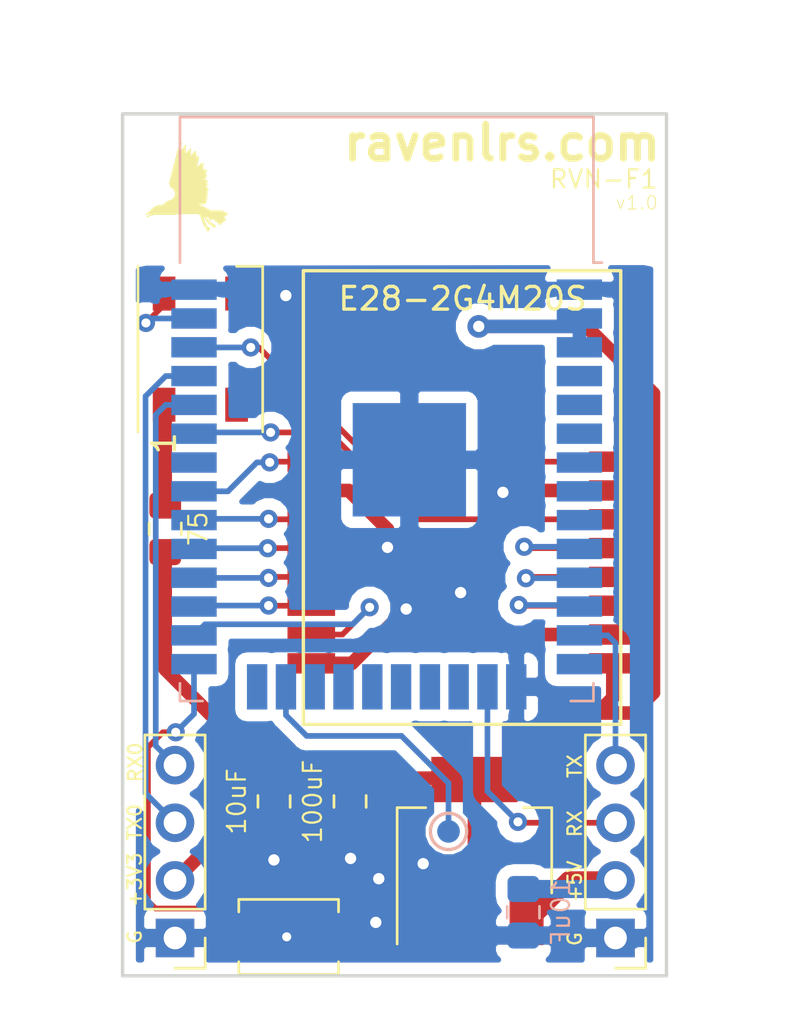
<source format=kicad_pcb>
(kicad_pcb (version 20171130) (host pcbnew "(5.0.0-3-g5ebb6b6)")

  (general
    (thickness 1.6)
    (drawings 17)
    (tracks 168)
    (zones 0)
    (modules 13)
    (nets 23)
  )

  (page A4)
  (layers
    (0 F.Cu signal)
    (31 B.Cu signal)
    (32 B.Adhes user hide)
    (33 F.Adhes user hide)
    (34 B.Paste user hide)
    (35 F.Paste user hide)
    (36 B.SilkS user)
    (37 F.SilkS user)
    (38 B.Mask user hide)
    (39 F.Mask user hide)
    (40 Dwgs.User user hide)
    (41 Cmts.User user hide)
    (42 Eco1.User user)
    (43 Eco2.User user hide)
    (44 Edge.Cuts user)
    (45 Margin user hide)
    (46 B.CrtYd user hide)
    (47 F.CrtYd user hide)
    (48 B.Fab user hide)
    (49 F.Fab user)
  )

  (setup
    (last_trace_width 0.25)
    (trace_clearance 0.2)
    (zone_clearance 0.508)
    (zone_45_only yes)
    (trace_min 0.2)
    (segment_width 0.15)
    (edge_width 0.15)
    (via_size 0.8)
    (via_drill 0.4)
    (via_min_size 0.4)
    (via_min_drill 0.3)
    (uvia_size 0.3)
    (uvia_drill 0.1)
    (uvias_allowed no)
    (uvia_min_size 0.2)
    (uvia_min_drill 0.1)
    (pcb_text_width 0.3)
    (pcb_text_size 1.5 1.5)
    (mod_edge_width 0.15)
    (mod_text_size 1 1)
    (mod_text_width 0.15)
    (pad_size 1.524 1.524)
    (pad_drill 0.762)
    (pad_to_mask_clearance 0.2)
    (aux_axis_origin 0 0)
    (visible_elements FFFFFF7F)
    (pcbplotparams
      (layerselection 0x030f0_ffffffff)
      (usegerberextensions true)
      (usegerberattributes false)
      (usegerberadvancedattributes false)
      (creategerberjobfile false)
      (excludeedgelayer true)
      (linewidth 0.100000)
      (plotframeref false)
      (viasonmask false)
      (mode 1)
      (useauxorigin true)
      (hpglpennumber 1)
      (hpglpenspeed 20)
      (hpglpendiameter 15.000000)
      (psnegative false)
      (psa4output false)
      (plotreference true)
      (plotvalue true)
      (plotinvisibletext false)
      (padsonsilk false)
      (subtractmaskfromsilk false)
      (outputformat 1)
      (mirror false)
      (drillshape 0)
      (scaleselection 1)
      (outputdirectory "gerbers/Raven_RX_F1/"))
  )

  (net 0 "")
  (net 1 GND)
  (net 2 VCC)
  (net 3 TX0)
  (net 4 RX0)
  (net 5 +3V3)
  (net 6 IO14=TX)
  (net 7 IO13=RX)
  (net 8 IO0=SW1)
  (net 9 IO16=DIO2)
  (net 10 IO15=A)
  (net 11 IO23=RGBLED)
  (net 12 /LED_VDD)
  (net 13 IO25=SCK)
  (net 14 IO26=MOSI)
  (net 15 IO27=MISO)
  (net 16 IO4=DIO3)
  (net 17 IO17=DIO1)
  (net 18 IO5=BUSY)
  (net 19 IO18=NRESET)
  (net 20 IO19=TX_EN)
  (net 21 IO21=NSS)
  (net 22 IO22=RX_EN)

  (net_class Default "This is the default net class."
    (clearance 0.2)
    (trace_width 0.25)
    (via_dia 0.8)
    (via_drill 0.4)
    (uvia_dia 0.3)
    (uvia_drill 0.1)
    (add_net IO0=SW1)
    (add_net IO13=RX)
    (add_net IO14=TX)
    (add_net IO15=A)
    (add_net IO16=DIO2)
    (add_net IO17=DIO1)
    (add_net IO18=NRESET)
    (add_net IO19=TX_EN)
    (add_net IO21=NSS)
    (add_net IO22=RX_EN)
    (add_net IO23=RGBLED)
    (add_net IO25=SCK)
    (add_net IO26=MOSI)
    (add_net IO27=MISO)
    (add_net IO4=DIO3)
    (add_net IO5=BUSY)
    (add_net RX0)
    (add_net TX0)
  )

  (net_class Power ""
    (clearance 0.2)
    (trace_width 0.6)
    (via_dia 1)
    (via_drill 0.5)
    (uvia_dia 0.3)
    (uvia_drill 0.1)
    (add_net +3V3)
    (add_net /LED_VDD)
    (add_net GND)
  )

  (net_class PowerVCC ""
    (clearance 0.2)
    (trace_width 0.8)
    (via_dia 1)
    (via_drill 0.5)
    (uvia_dia 0.3)
    (uvia_drill 0.1)
    (add_net VCC)
  )

  (module Capacitor_SMD:C_0805_2012Metric_Pad1.15x1.40mm_HandSolder (layer B.Cu) (tedit 5BBE2596) (tstamp 5BCA7873)
    (at 35.9156 51.7488 270)
    (descr "Capacitor SMD 0805 (2012 Metric), square (rectangular) end terminal, IPC_7351 nominal with elongated pad for handsoldering. (Body size source: https://docs.google.com/spreadsheets/d/1BsfQQcO9C6DZCsRaXUlFlo91Tg2WpOkGARC1WS5S8t0/edit?usp=sharing), generated with kicad-footprint-generator")
    (tags "capacitor handsolder")
    (path /5B867E2E)
    (attr smd)
    (fp_text reference C1 (at 0 1.65 270) (layer B.SilkS) hide
      (effects (font (size 1 1) (thickness 0.15)) (justify mirror))
    )
    (fp_text value 10uF (at 0 -1.65 270) (layer B.SilkS)
      (effects (font (size 0.8 0.8) (thickness 0.1)) (justify mirror))
    )
    (fp_line (start -1 -0.6) (end -1 0.6) (layer B.Fab) (width 0.1))
    (fp_line (start -1 0.6) (end 1 0.6) (layer B.Fab) (width 0.1))
    (fp_line (start 1 0.6) (end 1 -0.6) (layer B.Fab) (width 0.1))
    (fp_line (start 1 -0.6) (end -1 -0.6) (layer B.Fab) (width 0.1))
    (fp_line (start -0.261252 0.71) (end 0.261252 0.71) (layer B.SilkS) (width 0.12))
    (fp_line (start -0.261252 -0.71) (end 0.261252 -0.71) (layer B.SilkS) (width 0.12))
    (fp_line (start -1.85 -0.95) (end -1.85 0.95) (layer B.CrtYd) (width 0.05))
    (fp_line (start -1.85 0.95) (end 1.85 0.95) (layer B.CrtYd) (width 0.05))
    (fp_line (start 1.85 0.95) (end 1.85 -0.95) (layer B.CrtYd) (width 0.05))
    (fp_line (start 1.85 -0.95) (end -1.85 -0.95) (layer B.CrtYd) (width 0.05))
    (fp_text user %R (at 0 0 270) (layer B.Fab)
      (effects (font (size 0.5 0.5) (thickness 0.08)) (justify mirror))
    )
    (pad 1 smd roundrect (at -1.025 0 270) (size 1.15 1.4) (layers B.Cu B.Paste B.Mask) (roundrect_rratio 0.217391)
      (net 2 VCC))
    (pad 2 smd roundrect (at 1.025 0 270) (size 1.15 1.4) (layers B.Cu B.Paste B.Mask) (roundrect_rratio 0.217391)
      (net 1 GND))
    (model ${KISYS3DMOD}/Capacitor_SMD.3dshapes/C_0805_2012Metric.wrl
      (at (xyz 0 0 0))
      (scale (xyz 1 1 1))
      (rotate (xyz 0 0 0))
    )
  )

  (module Capacitor_SMD:C_0805_2012Metric_Pad1.15x1.40mm_HandSolder (layer F.Cu) (tedit 5BBE259E) (tstamp 5BCA8FE9)
    (at 24.9174 46.863 270)
    (descr "Capacitor SMD 0805 (2012 Metric), square (rectangular) end terminal, IPC_7351 nominal with elongated pad for handsoldering. (Body size source: https://docs.google.com/spreadsheets/d/1BsfQQcO9C6DZCsRaXUlFlo91Tg2WpOkGARC1WS5S8t0/edit?usp=sharing), generated with kicad-footprint-generator")
    (tags "capacitor handsolder")
    (path /5B867E88)
    (attr smd)
    (fp_text reference C2 (at 0 -1.65 270) (layer F.SilkS) hide
      (effects (font (size 1 1) (thickness 0.15)))
    )
    (fp_text value 10uF (at 0 1.65 270) (layer F.SilkS)
      (effects (font (size 0.8 0.8) (thickness 0.1)))
    )
    (fp_text user %R (at 0 0 270) (layer F.Fab)
      (effects (font (size 0.5 0.5) (thickness 0.08)))
    )
    (fp_line (start 1.85 0.95) (end -1.85 0.95) (layer F.CrtYd) (width 0.05))
    (fp_line (start 1.85 -0.95) (end 1.85 0.95) (layer F.CrtYd) (width 0.05))
    (fp_line (start -1.85 -0.95) (end 1.85 -0.95) (layer F.CrtYd) (width 0.05))
    (fp_line (start -1.85 0.95) (end -1.85 -0.95) (layer F.CrtYd) (width 0.05))
    (fp_line (start -0.261252 0.71) (end 0.261252 0.71) (layer F.SilkS) (width 0.12))
    (fp_line (start -0.261252 -0.71) (end 0.261252 -0.71) (layer F.SilkS) (width 0.12))
    (fp_line (start 1 0.6) (end -1 0.6) (layer F.Fab) (width 0.1))
    (fp_line (start 1 -0.6) (end 1 0.6) (layer F.Fab) (width 0.1))
    (fp_line (start -1 -0.6) (end 1 -0.6) (layer F.Fab) (width 0.1))
    (fp_line (start -1 0.6) (end -1 -0.6) (layer F.Fab) (width 0.1))
    (pad 2 smd roundrect (at 1.025 0 270) (size 1.15 1.4) (layers F.Cu F.Paste F.Mask) (roundrect_rratio 0.217391)
      (net 1 GND))
    (pad 1 smd roundrect (at -1.025 0 270) (size 1.15 1.4) (layers F.Cu F.Paste F.Mask) (roundrect_rratio 0.217391)
      (net 5 +3V3))
    (model ${KISYS3DMOD}/Capacitor_SMD.3dshapes/C_0805_2012Metric.wrl
      (at (xyz 0 0 0))
      (scale (xyz 1 1 1))
      (rotate (xyz 0 0 0))
    )
  )

  (module Capacitor_SMD:C_0805_2012Metric_Pad1.15x1.40mm_HandSolder (layer F.Cu) (tedit 5BBE259A) (tstamp 5BCA9019)
    (at 28.2702 46.863 270)
    (descr "Capacitor SMD 0805 (2012 Metric), square (rectangular) end terminal, IPC_7351 nominal with elongated pad for handsoldering. (Body size source: https://docs.google.com/spreadsheets/d/1BsfQQcO9C6DZCsRaXUlFlo91Tg2WpOkGARC1WS5S8t0/edit?usp=sharing), generated with kicad-footprint-generator")
    (tags "capacitor handsolder")
    (path /5BA8B585)
    (attr smd)
    (fp_text reference C3 (at 0 -1.65 270) (layer F.SilkS) hide
      (effects (font (size 1 1) (thickness 0.15)))
    )
    (fp_text value 100uF (at 0 1.65 270) (layer F.SilkS)
      (effects (font (size 0.8 0.8) (thickness 0.1)))
    )
    (fp_line (start -1 0.6) (end -1 -0.6) (layer F.Fab) (width 0.1))
    (fp_line (start -1 -0.6) (end 1 -0.6) (layer F.Fab) (width 0.1))
    (fp_line (start 1 -0.6) (end 1 0.6) (layer F.Fab) (width 0.1))
    (fp_line (start 1 0.6) (end -1 0.6) (layer F.Fab) (width 0.1))
    (fp_line (start -0.261252 -0.71) (end 0.261252 -0.71) (layer F.SilkS) (width 0.12))
    (fp_line (start -0.261252 0.71) (end 0.261252 0.71) (layer F.SilkS) (width 0.12))
    (fp_line (start -1.85 0.95) (end -1.85 -0.95) (layer F.CrtYd) (width 0.05))
    (fp_line (start -1.85 -0.95) (end 1.85 -0.95) (layer F.CrtYd) (width 0.05))
    (fp_line (start 1.85 -0.95) (end 1.85 0.95) (layer F.CrtYd) (width 0.05))
    (fp_line (start 1.85 0.95) (end -1.85 0.95) (layer F.CrtYd) (width 0.05))
    (fp_text user %R (at 0 0 270) (layer F.Fab)
      (effects (font (size 0.5 0.5) (thickness 0.08)))
    )
    (pad 1 smd roundrect (at -1.025 0 270) (size 1.15 1.4) (layers F.Cu F.Paste F.Mask) (roundrect_rratio 0.217391)
      (net 5 +3V3))
    (pad 2 smd roundrect (at 1.025 0 270) (size 1.15 1.4) (layers F.Cu F.Paste F.Mask) (roundrect_rratio 0.217391)
      (net 1 GND))
    (model ${KISYS3DMOD}/Capacitor_SMD.3dshapes/C_0805_2012Metric.wrl
      (at (xyz 0 0 0))
      (scale (xyz 1 1 1))
      (rotate (xyz 0 0 0))
    )
  )

  (module Resistor_SMD:R_0805_2012Metric_Pad1.15x1.40mm_HandSolder (layer F.Cu) (tedit 5BD0949D) (tstamp 5BB52A91)
    (at 20.1168 34.8451 90)
    (descr "Resistor SMD 0805 (2012 Metric), square (rectangular) end terminal, IPC_7351 nominal with elongated pad for handsoldering. (Body size source: https://docs.google.com/spreadsheets/d/1BsfQQcO9C6DZCsRaXUlFlo91Tg2WpOkGARC1WS5S8t0/edit?usp=sharing), generated with kicad-footprint-generator")
    (tags "resistor handsolder")
    (path /5BD0AD5C)
    (attr smd)
    (fp_text reference R1 (at 0 -1.65 90) (layer F.SilkS) hide
      (effects (font (size 1 1) (thickness 0.15)))
    )
    (fp_text value 75 (at 0 1.45 90) (layer F.SilkS)
      (effects (font (size 0.8 0.8) (thickness 0.1)))
    )
    (fp_line (start -1 0.6) (end -1 -0.6) (layer F.Fab) (width 0.1))
    (fp_line (start -1 -0.6) (end 1 -0.6) (layer F.Fab) (width 0.1))
    (fp_line (start 1 -0.6) (end 1 0.6) (layer F.Fab) (width 0.1))
    (fp_line (start 1 0.6) (end -1 0.6) (layer F.Fab) (width 0.1))
    (fp_line (start -0.261252 -0.71) (end 0.261252 -0.71) (layer F.SilkS) (width 0.12))
    (fp_line (start -0.261252 0.71) (end 0.261252 0.71) (layer F.SilkS) (width 0.12))
    (fp_line (start -1.85 0.95) (end -1.85 -0.95) (layer F.CrtYd) (width 0.05))
    (fp_line (start -1.85 -0.95) (end 1.85 -0.95) (layer F.CrtYd) (width 0.05))
    (fp_line (start 1.85 -0.95) (end 1.85 0.95) (layer F.CrtYd) (width 0.05))
    (fp_line (start 1.85 0.95) (end -1.85 0.95) (layer F.CrtYd) (width 0.05))
    (fp_text user %R (at 0 0 90) (layer F.Fab)
      (effects (font (size 0.5 0.5) (thickness 0.08)))
    )
    (pad 1 smd roundrect (at -1.025 0 90) (size 1.15 1.4) (layers F.Cu F.Paste F.Mask) (roundrect_rratio 0.217391)
      (net 5 +3V3))
    (pad 2 smd roundrect (at 1.025 0 90) (size 1.15 1.4) (layers F.Cu F.Paste F.Mask) (roundrect_rratio 0.217391)
      (net 12 /LED_VDD))
    (model ${KISYS3DMOD}/Resistor_SMD.3dshapes/R_0805_2012Metric.wrl
      (at (xyz 0 0 0))
      (scale (xyz 1 1 1))
      (rotate (xyz 0 0 0))
    )
  )

  (module Package_TO_SOT_SMD:SOT-223-3_TabPin2 (layer F.Cu) (tedit 5BA93F57) (tstamp 5C054F37)
    (at 33.7566 49.047 90)
    (descr "module CMS SOT223 4 pins")
    (tags "CMS SOT")
    (path /5BA97585)
    (attr smd)
    (fp_text reference U3 (at 0 -4.5 90) (layer F.SilkS) hide
      (effects (font (size 1 1) (thickness 0.15)))
    )
    (fp_text value AMS1117-3.3 (at 0 4.5 90) (layer F.Fab)
      (effects (font (size 1 1) (thickness 0.15)))
    )
    (fp_text user %R (at 0 0 180) (layer F.Fab)
      (effects (font (size 0.8 0.8) (thickness 0.12)))
    )
    (fp_line (start 1.91 3.41) (end 1.91 2.15) (layer F.SilkS) (width 0.12))
    (fp_line (start 1.91 -3.41) (end 1.91 -2.15) (layer F.SilkS) (width 0.12))
    (fp_line (start 4.4 -3.6) (end -4.4 -3.6) (layer F.CrtYd) (width 0.05))
    (fp_line (start 4.4 3.6) (end 4.4 -3.6) (layer F.CrtYd) (width 0.05))
    (fp_line (start -4.4 3.6) (end 4.4 3.6) (layer F.CrtYd) (width 0.05))
    (fp_line (start -4.4 -3.6) (end -4.4 3.6) (layer F.CrtYd) (width 0.05))
    (fp_line (start -1.85 -2.35) (end -0.85 -3.35) (layer F.Fab) (width 0.1))
    (fp_line (start -1.85 -2.35) (end -1.85 3.35) (layer F.Fab) (width 0.1))
    (fp_line (start -1.85 3.41) (end 1.91 3.41) (layer F.SilkS) (width 0.12))
    (fp_line (start -0.85 -3.35) (end 1.85 -3.35) (layer F.Fab) (width 0.1))
    (fp_line (start -4.1 -3.41) (end 1.91 -3.41) (layer F.SilkS) (width 0.12))
    (fp_line (start -1.85 3.35) (end 1.85 3.35) (layer F.Fab) (width 0.1))
    (fp_line (start 1.85 -3.35) (end 1.85 3.35) (layer F.Fab) (width 0.1))
    (pad 2 smd rect (at 3.15 0 90) (size 2 3.8) (layers F.Cu F.Paste F.Mask)
      (net 5 +3V3))
    (pad 2 smd rect (at -3.15 0 90) (size 2 1.5) (layers F.Cu F.Paste F.Mask)
      (net 5 +3V3))
    (pad 3 smd rect (at -3.15 2.3 90) (size 2 1.5) (layers F.Cu F.Paste F.Mask)
      (net 2 VCC))
    (pad 1 smd rect (at -3.15 -2.3 90) (size 2 1.5) (layers F.Cu F.Paste F.Mask)
      (net 1 GND))
    (model ${KISYS3DMOD}/Package_TO_SOT_SMD.3dshapes/SOT-223.wrl
      (at (xyz 0 0 0))
      (scale (xyz 1 1 1))
      (rotate (xyz 0 0 0))
    )
  )

  (module Connector_PinHeader_2.54mm:PinHeader_1x04_P2.54mm_Vertical (layer F.Cu) (tedit 5BBFC8E9) (tstamp 5BD87728)
    (at 39.9796 52.8828 180)
    (descr "Through hole straight pin header, 1x04, 2.54mm pitch, single row")
    (tags "Through hole pin header THT 1x04 2.54mm single row")
    (path /5B8677DB)
    (fp_text reference J1 (at 0 -2.33 180) (layer F.SilkS) hide
      (effects (font (size 1 1) (thickness 0.15)))
    )
    (fp_text value Conn_01x04_Female (at 0 9.95 180) (layer F.Fab)
      (effects (font (size 1 1) (thickness 0.15)))
    )
    (fp_line (start -0.635 -1.27) (end 1.27 -1.27) (layer F.Fab) (width 0.1))
    (fp_line (start 1.27 -1.27) (end 1.27 8.89) (layer F.Fab) (width 0.1))
    (fp_line (start 1.27 8.89) (end -1.27 8.89) (layer F.Fab) (width 0.1))
    (fp_line (start -1.27 8.89) (end -1.27 -0.635) (layer F.Fab) (width 0.1))
    (fp_line (start -1.27 -0.635) (end -0.635 -1.27) (layer F.Fab) (width 0.1))
    (fp_line (start -1.33 8.95) (end 1.33 8.95) (layer F.SilkS) (width 0.12))
    (fp_line (start -1.33 1.27) (end -1.33 8.95) (layer F.SilkS) (width 0.12))
    (fp_line (start 1.33 1.27) (end 1.33 8.95) (layer F.SilkS) (width 0.12))
    (fp_line (start -1.33 1.27) (end 1.33 1.27) (layer F.SilkS) (width 0.12))
    (fp_line (start -1.33 0) (end -1.33 -1.33) (layer F.SilkS) (width 0.12))
    (fp_line (start -1.33 -1.33) (end 0 -1.33) (layer F.SilkS) (width 0.12))
    (fp_line (start -1.8 -1.8) (end -1.8 9.4) (layer F.CrtYd) (width 0.05))
    (fp_line (start -1.8 9.4) (end 1.8 9.4) (layer F.CrtYd) (width 0.05))
    (fp_line (start 1.8 9.4) (end 1.8 -1.8) (layer F.CrtYd) (width 0.05))
    (fp_line (start 1.8 -1.8) (end -1.8 -1.8) (layer F.CrtYd) (width 0.05))
    (fp_text user %R (at 0 3.81 270) (layer F.Fab)
      (effects (font (size 1 1) (thickness 0.15)))
    )
    (pad 1 thru_hole rect (at 0 0 180) (size 1.7 1.7) (drill 1) (layers *.Cu *.Mask)
      (net 1 GND))
    (pad 2 thru_hole oval (at 0 2.54 180) (size 1.7 1.7) (drill 1) (layers *.Cu *.Mask)
      (net 2 VCC))
    (pad 3 thru_hole oval (at 0 5.08 180) (size 1.7 1.7) (drill 1) (layers *.Cu *.Mask)
      (net 7 IO13=RX))
    (pad 4 thru_hole oval (at 0 7.62 180) (size 1.7 1.7) (drill 1) (layers *.Cu *.Mask)
      (net 6 IO14=TX))
    (model ${KISYS3DMOD}/Connector_PinHeader_2.54mm.3dshapes/PinHeader_1x04_P2.54mm_Vertical.wrl
      (at (xyz 0 0 0))
      (scale (xyz 1 1 1))
      (rotate (xyz 0 0 0))
    )
  )

  (module Connector_PinHeader_2.54mm:PinHeader_1x04_P2.54mm_Vertical (layer F.Cu) (tedit 5BBFC8E4) (tstamp 5BD8773F)
    (at 20.5486 52.8828 180)
    (descr "Through hole straight pin header, 1x04, 2.54mm pitch, single row")
    (tags "Through hole pin header THT 1x04 2.54mm single row")
    (path /5BBFFFE5)
    (fp_text reference J2 (at 0 -2.33 180) (layer F.SilkS) hide
      (effects (font (size 1 1) (thickness 0.15)))
    )
    (fp_text value Conn_01x04_Female (at 0 9.95 180) (layer F.Fab)
      (effects (font (size 1 1) (thickness 0.15)))
    )
    (fp_text user %R (at 0 3.81 270) (layer F.Fab)
      (effects (font (size 1 1) (thickness 0.15)))
    )
    (fp_line (start 1.8 -1.8) (end -1.8 -1.8) (layer F.CrtYd) (width 0.05))
    (fp_line (start 1.8 9.4) (end 1.8 -1.8) (layer F.CrtYd) (width 0.05))
    (fp_line (start -1.8 9.4) (end 1.8 9.4) (layer F.CrtYd) (width 0.05))
    (fp_line (start -1.8 -1.8) (end -1.8 9.4) (layer F.CrtYd) (width 0.05))
    (fp_line (start -1.33 -1.33) (end 0 -1.33) (layer F.SilkS) (width 0.12))
    (fp_line (start -1.33 0) (end -1.33 -1.33) (layer F.SilkS) (width 0.12))
    (fp_line (start -1.33 1.27) (end 1.33 1.27) (layer F.SilkS) (width 0.12))
    (fp_line (start 1.33 1.27) (end 1.33 8.95) (layer F.SilkS) (width 0.12))
    (fp_line (start -1.33 1.27) (end -1.33 8.95) (layer F.SilkS) (width 0.12))
    (fp_line (start -1.33 8.95) (end 1.33 8.95) (layer F.SilkS) (width 0.12))
    (fp_line (start -1.27 -0.635) (end -0.635 -1.27) (layer F.Fab) (width 0.1))
    (fp_line (start -1.27 8.89) (end -1.27 -0.635) (layer F.Fab) (width 0.1))
    (fp_line (start 1.27 8.89) (end -1.27 8.89) (layer F.Fab) (width 0.1))
    (fp_line (start 1.27 -1.27) (end 1.27 8.89) (layer F.Fab) (width 0.1))
    (fp_line (start -0.635 -1.27) (end 1.27 -1.27) (layer F.Fab) (width 0.1))
    (pad 4 thru_hole oval (at 0 7.62 180) (size 1.7 1.7) (drill 1) (layers *.Cu *.Mask)
      (net 4 RX0))
    (pad 3 thru_hole oval (at 0 5.08 180) (size 1.7 1.7) (drill 1) (layers *.Cu *.Mask)
      (net 3 TX0))
    (pad 2 thru_hole oval (at 0 2.54 180) (size 1.7 1.7) (drill 1) (layers *.Cu *.Mask)
      (net 5 +3V3))
    (pad 1 thru_hole rect (at 0 0 180) (size 1.7 1.7) (drill 1) (layers *.Cu *.Mask)
      (net 1 GND))
    (model ${KISYS3DMOD}/Connector_PinHeader_2.54mm.3dshapes/PinHeader_1x04_P2.54mm_Vertical.wrl
      (at (xyz 0 0 0))
      (scale (xyz 1 1 1))
      (rotate (xyz 0 0 0))
    )
  )

  (module LED_SMD:LED_WS2812B_PLCC4_5.0x5.0mm_P3.2mm (layer F.Cu) (tedit 5BD08E88) (tstamp 5BDC9A31)
    (at 21.666 26.9229 90)
    (descr https://cdn-shop.adafruit.com/datasheets/WS2812B.pdf)
    (tags "LED RGB NeoPixel")
    (path /5BD0A9C5)
    (attr smd)
    (fp_text reference D1 (at 0 -3.5 90) (layer F.SilkS) hide
      (effects (font (size 1 1) (thickness 0.15)))
    )
    (fp_text value WS2812B (at 0 4 90) (layer F.Fab)
      (effects (font (size 1 1) (thickness 0.15)))
    )
    (fp_text user 1 (at -4.15 -1.6 90) (layer F.SilkS)
      (effects (font (size 1 1) (thickness 0.15)))
    )
    (fp_text user %R (at 0 0 90) (layer F.Fab)
      (effects (font (size 0.8 0.8) (thickness 0.15)))
    )
    (fp_line (start 3.45 -2.75) (end -3.45 -2.75) (layer F.CrtYd) (width 0.05))
    (fp_line (start 3.45 2.75) (end 3.45 -2.75) (layer F.CrtYd) (width 0.05))
    (fp_line (start -3.45 2.75) (end 3.45 2.75) (layer F.CrtYd) (width 0.05))
    (fp_line (start -3.45 -2.75) (end -3.45 2.75) (layer F.CrtYd) (width 0.05))
    (fp_line (start 2.5 1.5) (end 1.5 2.5) (layer F.Fab) (width 0.1))
    (fp_line (start -2.5 -2.5) (end -2.5 2.5) (layer F.Fab) (width 0.1))
    (fp_line (start -2.5 2.5) (end 2.5 2.5) (layer F.Fab) (width 0.1))
    (fp_line (start 2.5 2.5) (end 2.5 -2.5) (layer F.Fab) (width 0.1))
    (fp_line (start 2.5 -2.5) (end -2.5 -2.5) (layer F.Fab) (width 0.1))
    (fp_line (start -3.65 -2.75) (end 3.65 -2.75) (layer F.SilkS) (width 0.12))
    (fp_line (start -3.65 2.75) (end 3.65 2.75) (layer F.SilkS) (width 0.12))
    (fp_line (start 3.65 2.75) (end 3.65 1.6) (layer F.SilkS) (width 0.12))
    (fp_circle (center 0 0) (end 0 -2) (layer F.Fab) (width 0.1))
    (pad 3 smd rect (at 2.45 1.6 90) (size 1.5 1) (layers F.Cu F.Paste F.Mask)
      (net 1 GND))
    (pad 4 smd rect (at 2.45 -1.6 90) (size 1.5 1) (layers F.Cu F.Paste F.Mask)
      (net 11 IO23=RGBLED))
    (pad 2 smd rect (at -2.45 1.6 90) (size 1.5 1) (layers F.Cu F.Paste F.Mask))
    (pad 1 smd rect (at -2.45 -1.6 90) (size 1.5 1) (layers F.Cu F.Paste F.Mask)
      (net 12 /LED_VDD))
    (model ${KISYS3DMOD}/LED_SMD.3dshapes/LED_WS2812B_PLCC4_5.0x5.0mm_P3.2mm.wrl
      (at (xyz 0 0 0))
      (scale (xyz 1 1 1))
      (rotate (xyz 0 0 0))
    )
    (model ${KIPRJMOD}/../Raven.3dshapes/WS2812_RGB_LED.step
      (at (xyz 0 0 0))
      (scale (xyz 1 1 1))
      (rotate (xyz 0 0 0))
    )
  )

  (module Raven:Raven_Logo (layer F.Cu) (tedit 0) (tstamp 5BDCCED2)
    (at 21.0566 19.7866)
    (fp_text reference G*** (at 0 0) (layer F.SilkS) hide
      (effects (font (size 1.524 1.524) (thickness 0.3)))
    )
    (fp_text value LOGO (at 0.75 0) (layer F.SilkS) hide
      (effects (font (size 1.524 1.524) (thickness 0.3)))
    )
    (fp_poly (pts (xy -0.208069 -1.939012) (xy -0.196674 -1.935828) (xy -0.192789 -1.928116) (xy -0.192424 -1.920394)
      (xy -0.195603 -1.905746) (xy -0.208121 -1.901232) (xy -0.211667 -1.901151) (xy -0.230909 -1.901151)
      (xy -0.230909 -1.747212) (xy -0.250152 -1.747212) (xy -0.259939 -1.746492) (xy -0.265676 -1.742172)
      (xy -0.268444 -1.731009) (xy -0.269323 -1.70976) (xy -0.269394 -1.689484) (xy -0.269154 -1.660122)
      (xy -0.267714 -1.64291) (xy -0.263993 -1.634607) (xy -0.25691 -1.631969) (xy -0.250152 -1.631757)
      (xy -0.235504 -1.634936) (xy -0.23099 -1.647454) (xy -0.230909 -1.651) (xy -0.22773 -1.665647)
      (xy -0.215213 -1.670161) (xy -0.211667 -1.670242) (xy -0.197019 -1.673421) (xy -0.192506 -1.685938)
      (xy -0.192424 -1.689484) (xy -0.189245 -1.704132) (xy -0.176728 -1.708646) (xy -0.173182 -1.708727)
      (xy -0.158534 -1.711906) (xy -0.154021 -1.724423) (xy -0.153939 -1.727969) (xy -0.15076 -1.742617)
      (xy -0.138243 -1.74713) (xy -0.134697 -1.747212) (xy -0.123277 -1.748459) (xy -0.11758 -1.754827)
      (xy -0.115637 -1.770252) (xy -0.115455 -1.785697) (xy -0.114831 -1.808537) (xy -0.111647 -1.819931)
      (xy -0.103935 -1.823817) (xy -0.096212 -1.824181) (xy -0.081565 -1.82736) (xy -0.077051 -1.839878)
      (xy -0.07697 -1.843424) (xy -0.075722 -1.854844) (xy -0.069354 -1.860541) (xy -0.05393 -1.862484)
      (xy -0.038485 -1.862666) (xy -0.015645 -1.862042) (xy -0.00425 -1.858859) (xy -0.000365 -1.851146)
      (xy 0 -1.843424) (xy -0.003179 -1.828776) (xy -0.015696 -1.824263) (xy -0.019242 -1.824181)
      (xy -0.038485 -1.824181) (xy -0.038485 -1.554787) (xy -0.057727 -1.554787) (xy -0.072375 -1.551608)
      (xy -0.076889 -1.539091) (xy -0.07697 -1.535545) (xy -0.075722 -1.524125) (xy -0.069354 -1.518428)
      (xy -0.05393 -1.516485) (xy -0.038485 -1.516303) (xy -0.015645 -1.516926) (xy -0.00425 -1.52011)
      (xy -0.000365 -1.527823) (xy 0 -1.535545) (xy 0.003179 -1.550192) (xy 0.015696 -1.554706)
      (xy 0.019242 -1.554787) (xy 0.03389 -1.557967) (xy 0.038404 -1.570484) (xy 0.038485 -1.57403)
      (xy 0.041664 -1.588677) (xy 0.054181 -1.593191) (xy 0.057727 -1.593272) (xy 0.072375 -1.596451)
      (xy 0.076888 -1.608969) (xy 0.07697 -1.612515) (xy 0.080149 -1.627162) (xy 0.092666 -1.631676)
      (xy 0.096212 -1.631757) (xy 0.110859 -1.634936) (xy 0.115373 -1.647454) (xy 0.115454 -1.651)
      (xy 0.118634 -1.665647) (xy 0.131151 -1.670161) (xy 0.134697 -1.670242) (xy 0.149344 -1.673421)
      (xy 0.153858 -1.685938) (xy 0.153939 -1.689484) (xy 0.157118 -1.704132) (xy 0.169636 -1.708646)
      (xy 0.173182 -1.708727) (xy 0.192424 -1.708727) (xy 0.192424 -1.477818) (xy 0.173182 -1.477818)
      (xy 0.158534 -1.474639) (xy 0.154021 -1.462121) (xy 0.153939 -1.458575) (xy 0.155187 -1.447155)
      (xy 0.161555 -1.441458) (xy 0.176979 -1.439515) (xy 0.192424 -1.439333) (xy 0.215265 -1.439957)
      (xy 0.226659 -1.443141) (xy 0.230544 -1.450853) (xy 0.230909 -1.458575) (xy 0.234088 -1.473223)
      (xy 0.246605 -1.477737) (xy 0.250151 -1.477818) (xy 0.264799 -1.480997) (xy 0.269313 -1.493514)
      (xy 0.269394 -1.49706) (xy 0.272573 -1.511708) (xy 0.28509 -1.516221) (xy 0.288636 -1.516303)
      (xy 0.303284 -1.519482) (xy 0.307797 -1.531999) (xy 0.307879 -1.535545) (xy 0.311058 -1.550192)
      (xy 0.323575 -1.554706) (xy 0.327121 -1.554787) (xy 0.341769 -1.557967) (xy 0.346282 -1.570484)
      (xy 0.346364 -1.57403) (xy 0.347611 -1.58545) (xy 0.353979 -1.591147) (xy 0.369404 -1.59309)
      (xy 0.384848 -1.593272) (xy 0.423333 -1.593272) (xy 0.423333 -1.362363) (xy 0.538788 -1.362363)
      (xy 0.538788 -1.169939) (xy 0.500303 -1.169939) (xy 0.500303 -1.016) (xy 0.481061 -1.016)
      (xy 0.46964 -1.014752) (xy 0.463943 -1.008384) (xy 0.462 -0.99296) (xy 0.461818 -0.977515)
      (xy 0.461818 -0.93903) (xy 0.500303 -0.93903) (xy 0.523143 -0.939654) (xy 0.534538 -0.942838)
      (xy 0.538423 -0.95055) (xy 0.538788 -0.958272) (xy 0.541967 -0.97292) (xy 0.554484 -0.977433)
      (xy 0.55803 -0.977515) (xy 0.572678 -0.980694) (xy 0.577191 -0.993211) (xy 0.577273 -0.996757)
      (xy 0.580452 -1.011405) (xy 0.592969 -1.015918) (xy 0.596515 -1.016) (xy 0.611163 -1.019179)
      (xy 0.615676 -1.031696) (xy 0.615758 -1.035242) (xy 0.615758 -1.054484) (xy 0.769697 -1.054484)
      (xy 0.769697 -1.035242) (xy 0.766518 -1.020595) (xy 0.754001 -1.016081) (xy 0.750454 -1.016)
      (xy 0.731212 -1.016) (xy 0.731212 -0.78509) (xy 0.885151 -0.78509) (xy 0.885151 -0.727363)
      (xy 0.884912 -0.698001) (xy 0.883472 -0.680789) (xy 0.879751 -0.672486) (xy 0.872668 -0.669848)
      (xy 0.865909 -0.669636) (xy 0.856122 -0.668917) (xy 0.850384 -0.664597) (xy 0.847617 -0.653433)
      (xy 0.846737 -0.632184) (xy 0.846667 -0.611909) (xy 0.846906 -0.582546) (xy 0.848346 -0.565335)
      (xy 0.852067 -0.557031) (xy 0.85915 -0.554394) (xy 0.865909 -0.554181) (xy 0.875697 -0.553462)
      (xy 0.881434 -0.549142) (xy 0.884201 -0.537979) (xy 0.885081 -0.51673) (xy 0.885151 -0.496454)
      (xy 0.884912 -0.467092) (xy 0.883472 -0.44988) (xy 0.879751 -0.441577) (xy 0.872668 -0.438939)
      (xy 0.865909 -0.438727) (xy 0.851262 -0.435548) (xy 0.846748 -0.423031) (xy 0.846667 -0.419484)
      (xy 0.843488 -0.404837) (xy 0.83097 -0.400323) (xy 0.827424 -0.400242) (xy 0.816004 -0.398994)
      (xy 0.810307 -0.392627) (xy 0.808364 -0.377202) (xy 0.808182 -0.361757) (xy 0.808182 -0.323272)
      (xy 0.923636 -0.323272) (xy 0.923636 -0.265545) (xy 0.923396 -0.236183) (xy 0.921956 -0.218971)
      (xy 0.918235 -0.210668) (xy 0.911152 -0.20803) (xy 0.904394 -0.207818) (xy 0.889746 -0.204639)
      (xy 0.885233 -0.192121) (xy 0.885151 -0.188575) (xy 0.88833 -0.173928) (xy 0.900848 -0.169414)
      (xy 0.904394 -0.169333) (xy 0.914181 -0.168613) (xy 0.919919 -0.164293) (xy 0.922686 -0.15313)
      (xy 0.923566 -0.131881) (xy 0.923636 -0.111606) (xy 0.923396 -0.082243) (xy 0.921956 -0.065032)
      (xy 0.918235 -0.056728) (xy 0.911152 -0.054091) (xy 0.904394 -0.053878) (xy 0.892974 -0.052631)
      (xy 0.887276 -0.046263) (xy 0.885334 -0.030838) (xy 0.885151 -0.015394) (xy 0.885775 0.007447)
      (xy 0.888959 0.018841) (xy 0.896671 0.022727) (xy 0.904394 0.023091) (xy 0.919041 0.02627)
      (xy 0.923555 0.038788) (xy 0.923636 0.042334) (xy 0.926815 0.056981) (xy 0.939333 0.061495)
      (xy 0.942879 0.061576) (xy 0.954299 0.062824) (xy 0.959996 0.069192) (xy 0.961939 0.084616)
      (xy 0.962121 0.100061) (xy 0.961497 0.122901) (xy 0.958313 0.134296) (xy 0.950601 0.138181)
      (xy 0.942879 0.138546) (xy 0.923636 0.138546) (xy 0.923636 0.369455) (xy 0.904394 0.369455)
      (xy 0.889746 0.372634) (xy 0.885233 0.385151) (xy 0.885151 0.388697) (xy 0.88833 0.403345)
      (xy 0.900848 0.407859) (xy 0.904394 0.40794) (xy 0.915814 0.409188) (xy 0.921511 0.415555)
      (xy 0.923454 0.43098) (xy 0.923636 0.446425) (xy 0.923012 0.469265) (xy 0.919829 0.48066)
      (xy 0.912116 0.484545) (xy 0.904394 0.48491) (xy 0.885151 0.48491) (xy 0.885151 0.677334)
      (xy 0.865909 0.677334) (xy 0.851262 0.680513) (xy 0.846748 0.69303) (xy 0.846667 0.696576)
      (xy 0.843488 0.711224) (xy 0.83097 0.715737) (xy 0.827424 0.715819) (xy 0.812777 0.718998)
      (xy 0.808263 0.731515) (xy 0.808182 0.735061) (xy 0.808182 0.754303) (xy 0.577273 0.754303)
      (xy 0.577273 0.773546) (xy 0.57852 0.784966) (xy 0.584888 0.790663) (xy 0.600313 0.792606)
      (xy 0.615758 0.792788) (xy 0.638598 0.793412) (xy 0.649992 0.796596) (xy 0.653878 0.804308)
      (xy 0.654242 0.812031) (xy 0.65549 0.823451) (xy 0.661858 0.829148) (xy 0.677282 0.831091)
      (xy 0.692727 0.831273) (xy 0.715568 0.831897) (xy 0.726962 0.835081) (xy 0.730847 0.842793)
      (xy 0.731212 0.850516) (xy 0.73246 0.861936) (xy 0.738828 0.867633) (xy 0.754252 0.869576)
      (xy 0.769697 0.869758) (xy 0.792537 0.870382) (xy 0.803932 0.873566) (xy 0.807817 0.881278)
      (xy 0.808182 0.889) (xy 0.809429 0.900421) (xy 0.815797 0.906118) (xy 0.831222 0.908061)
      (xy 0.846667 0.908243) (xy 0.869507 0.908867) (xy 0.880901 0.912051) (xy 0.884787 0.919763)
      (xy 0.885151 0.927485) (xy 0.886399 0.938905) (xy 0.892767 0.944603) (xy 0.908191 0.946545)
      (xy 0.923636 0.946728) (xy 0.946477 0.947352) (xy 0.957871 0.950535) (xy 0.961757 0.958248)
      (xy 0.962121 0.96597) (xy 0.963369 0.97739) (xy 0.969737 0.983088) (xy 0.985161 0.98503)
      (xy 1.000606 0.985213) (xy 1.023446 0.985836) (xy 1.034841 0.98902) (xy 1.038726 0.996733)
      (xy 1.039091 1.004455) (xy 1.039091 1.023697) (xy 1.577879 1.023697) (xy 1.577879 1.04294)
      (xy 1.579126 1.05436) (xy 1.585494 1.060057) (xy 1.600919 1.062) (xy 1.616364 1.062182)
      (xy 1.639204 1.062806) (xy 1.650598 1.06599) (xy 1.654484 1.073702) (xy 1.654848 1.081425)
      (xy 1.656096 1.092845) (xy 1.662464 1.098542) (xy 1.677888 1.100485) (xy 1.693333 1.100667)
      (xy 1.716174 1.101291) (xy 1.727568 1.104475) (xy 1.731454 1.112187) (xy 1.731818 1.11991)
      (xy 1.733066 1.13133) (xy 1.739434 1.137027) (xy 1.754858 1.13897) (xy 1.770303 1.139152)
      (xy 1.808788 1.139152) (xy 1.808788 1.177637) (xy 1.808164 1.200477) (xy 1.80498 1.211872)
      (xy 1.797268 1.215757) (xy 1.789545 1.216122) (xy 1.774898 1.219301) (xy 1.770384 1.231818)
      (xy 1.770303 1.235364) (xy 1.769055 1.246784) (xy 1.762687 1.252481) (xy 1.747263 1.254424)
      (xy 1.731818 1.254606) (xy 1.708978 1.25523) (xy 1.697583 1.258414) (xy 1.693698 1.266126)
      (xy 1.693333 1.273849) (xy 1.690154 1.288496) (xy 1.677637 1.29301) (xy 1.674091 1.293091)
      (xy 1.659443 1.29627) (xy 1.65493 1.308788) (xy 1.654848 1.312334) (xy 1.658027 1.326981)
      (xy 1.670545 1.331495) (xy 1.674091 1.331576) (xy 1.688738 1.334755) (xy 1.693252 1.347273)
      (xy 1.693333 1.350819) (xy 1.696512 1.365466) (xy 1.70903 1.36998) (xy 1.712576 1.370061)
      (xy 1.723996 1.371309) (xy 1.729693 1.377677) (xy 1.731636 1.393101) (xy 1.731818 1.408546)
      (xy 1.731194 1.431386) (xy 1.72801 1.442781) (xy 1.720298 1.446666) (xy 1.712576 1.447031)
      (xy 1.697928 1.45021) (xy 1.693415 1.462727) (xy 1.693333 1.466273) (xy 1.690154 1.480921)
      (xy 1.677637 1.485434) (xy 1.674091 1.485516) (xy 1.659443 1.488695) (xy 1.65493 1.501212)
      (xy 1.654848 1.504758) (xy 1.653601 1.516178) (xy 1.647233 1.521875) (xy 1.631808 1.523818)
      (xy 1.616364 1.524) (xy 1.577879 1.524) (xy 1.577879 1.639455) (xy 1.423939 1.639455)
      (xy 1.423939 1.620213) (xy 1.42076 1.605565) (xy 1.408243 1.601051) (xy 1.404697 1.60097)
      (xy 1.390049 1.597791) (xy 1.385536 1.585274) (xy 1.385454 1.581728) (xy 1.382275 1.56708)
      (xy 1.369758 1.562567) (xy 1.366212 1.562485) (xy 1.351565 1.559306) (xy 1.347051 1.546789)
      (xy 1.34697 1.543243) (xy 1.345722 1.531823) (xy 1.339354 1.526125) (xy 1.32393 1.524183)
      (xy 1.308485 1.524) (xy 1.27 1.524) (xy 1.27 1.447031) (xy 1.231515 1.447031)
      (xy 1.208675 1.446407) (xy 1.19728 1.443223) (xy 1.193395 1.435511) (xy 1.19303 1.427788)
      (xy 1.191782 1.416368) (xy 1.185415 1.410671) (xy 1.16999 1.408728) (xy 1.154545 1.408546)
      (xy 1.131705 1.40917) (xy 1.12031 1.412354) (xy 1.116425 1.420066) (xy 1.116061 1.427788)
      (xy 1.114813 1.439208) (xy 1.108445 1.444906) (xy 1.093021 1.446848) (xy 1.077576 1.447031)
      (xy 1.054735 1.446407) (xy 1.043341 1.443223) (xy 1.039455 1.435511) (xy 1.039091 1.427788)
      (xy 1.035912 1.413141) (xy 1.023394 1.408627) (xy 1.019848 1.408546) (xy 1.005201 1.405367)
      (xy 1.000687 1.39285) (xy 1.000606 1.389303) (xy 0.997427 1.374656) (xy 0.98491 1.370142)
      (xy 0.981364 1.370061) (xy 0.966716 1.366882) (xy 0.962202 1.354365) (xy 0.962121 1.350819)
      (xy 0.958942 1.336171) (xy 0.946425 1.331657) (xy 0.942879 1.331576) (xy 0.928231 1.328397)
      (xy 0.923718 1.31588) (xy 0.923636 1.312334) (xy 0.920457 1.297686) (xy 0.90794 1.293173)
      (xy 0.904394 1.293091) (xy 0.892974 1.294339) (xy 0.887276 1.300707) (xy 0.885334 1.316131)
      (xy 0.885151 1.331576) (xy 0.885775 1.354417) (xy 0.888959 1.365811) (xy 0.896671 1.369696)
      (xy 0.904394 1.370061) (xy 0.919041 1.37324) (xy 0.923555 1.385757) (xy 0.923636 1.389303)
      (xy 0.926815 1.403951) (xy 0.939333 1.408465) (xy 0.942879 1.408546) (xy 0.957526 1.411725)
      (xy 0.96204 1.424242) (xy 0.962121 1.427788) (xy 0.9653 1.442436) (xy 0.977817 1.446949)
      (xy 0.981364 1.447031) (xy 0.992784 1.448278) (xy 0.998481 1.454646) (xy 1.000424 1.470071)
      (xy 1.000606 1.485516) (xy 1.00123 1.508356) (xy 1.004414 1.51975) (xy 1.012126 1.523636)
      (xy 1.019848 1.524) (xy 1.034496 1.527179) (xy 1.03901 1.539697) (xy 1.039091 1.543243)
      (xy 1.040339 1.554663) (xy 1.046706 1.56036) (xy 1.062131 1.562303) (xy 1.077576 1.562485)
      (xy 1.100416 1.563109) (xy 1.111811 1.566293) (xy 1.115696 1.574005) (xy 1.116061 1.581728)
      (xy 1.117308 1.593148) (xy 1.123676 1.598845) (xy 1.139101 1.600788) (xy 1.154545 1.60097)
      (xy 1.177386 1.601594) (xy 1.18878 1.604778) (xy 1.192666 1.61249) (xy 1.19303 1.620213)
      (xy 1.196209 1.63486) (xy 1.208727 1.639374) (xy 1.212273 1.639455) (xy 1.22692 1.642634)
      (xy 1.231434 1.655151) (xy 1.231515 1.658697) (xy 1.232763 1.670118) (xy 1.239131 1.675815)
      (xy 1.254555 1.677758) (xy 1.27 1.67794) (xy 1.29284 1.678564) (xy 1.304235 1.681748)
      (xy 1.30812 1.68946) (xy 1.308485 1.697182) (xy 1.305306 1.71183) (xy 1.292788 1.716343)
      (xy 1.289242 1.716425) (xy 1.274595 1.719604) (xy 1.270081 1.732121) (xy 1.27 1.735667)
      (xy 1.266821 1.750315) (xy 1.254304 1.754828) (xy 1.250758 1.75491) (xy 1.23611 1.758089)
      (xy 1.231596 1.770606) (xy 1.231515 1.774152) (xy 1.228336 1.788799) (xy 1.215819 1.793313)
      (xy 1.212273 1.793394) (xy 1.197625 1.790215) (xy 1.193111 1.777698) (xy 1.19303 1.774152)
      (xy 1.189851 1.759504) (xy 1.177334 1.754991) (xy 1.173788 1.75491) (xy 1.15914 1.75173)
      (xy 1.154627 1.739213) (xy 1.154545 1.735667) (xy 1.151366 1.72102) (xy 1.138849 1.716506)
      (xy 1.135303 1.716425) (xy 1.120656 1.713246) (xy 1.116142 1.700728) (xy 1.116061 1.697182)
      (xy 1.112881 1.682535) (xy 1.100364 1.678021) (xy 1.096818 1.67794) (xy 1.082171 1.674761)
      (xy 1.077657 1.662243) (xy 1.077576 1.658697) (xy 1.076328 1.647277) (xy 1.06996 1.64158)
      (xy 1.054536 1.639637) (xy 1.039091 1.639455) (xy 1.01625 1.638831) (xy 1.004856 1.635647)
      (xy 1.000971 1.627935) (xy 1.000606 1.620213) (xy 0.997427 1.605565) (xy 0.98491 1.601051)
      (xy 0.981364 1.60097) (xy 0.966716 1.597791) (xy 0.962202 1.585274) (xy 0.962121 1.581728)
      (xy 0.958942 1.56708) (xy 0.946425 1.562567) (xy 0.942879 1.562485) (xy 0.928231 1.559306)
      (xy 0.923718 1.546789) (xy 0.923636 1.543243) (xy 0.920457 1.528595) (xy 0.90794 1.524082)
      (xy 0.904394 1.524) (xy 0.892974 1.522753) (xy 0.887276 1.516385) (xy 0.885334 1.50096)
      (xy 0.885151 1.485516) (xy 0.884528 1.462675) (xy 0.881344 1.451281) (xy 0.873631 1.447395)
      (xy 0.865909 1.447031) (xy 0.854489 1.445783) (xy 0.848792 1.439415) (xy 0.846849 1.423991)
      (xy 0.846667 1.408546) (xy 0.846043 1.385705) (xy 0.842859 1.374311) (xy 0.835147 1.370426)
      (xy 0.827424 1.370061) (xy 0.812777 1.366882) (xy 0.808263 1.354365) (xy 0.808182 1.350819)
      (xy 0.805003 1.336171) (xy 0.792485 1.331657) (xy 0.788939 1.331576) (xy 0.777519 1.332824)
      (xy 0.771822 1.339192) (xy 0.769879 1.354616) (xy 0.769697 1.370061) (xy 0.770321 1.392901)
      (xy 0.773505 1.404296) (xy 0.781217 1.408181) (xy 0.788939 1.408546) (xy 0.808182 1.408546)
      (xy 0.808182 1.562485) (xy 0.827424 1.562485) (xy 0.842072 1.565664) (xy 0.846585 1.578182)
      (xy 0.846667 1.581728) (xy 0.849846 1.596375) (xy 0.862363 1.600889) (xy 0.865909 1.60097)
      (xy 0.875697 1.60169) (xy 0.881434 1.60601) (xy 0.884201 1.617173) (xy 0.885081 1.638422)
      (xy 0.885151 1.658697) (xy 0.885391 1.68806) (xy 0.886831 1.705272) (xy 0.890552 1.713575)
      (xy 0.897635 1.716212) (xy 0.904394 1.716425) (xy 0.919041 1.719604) (xy 0.923555 1.732121)
      (xy 0.923636 1.735667) (xy 0.924884 1.747087) (xy 0.931252 1.752785) (xy 0.946676 1.754727)
      (xy 0.962121 1.75491) (xy 0.984962 1.755533) (xy 0.996356 1.758717) (xy 1.000241 1.766429)
      (xy 1.000606 1.774152) (xy 1.003785 1.788799) (xy 1.016302 1.793313) (xy 1.019848 1.793394)
      (xy 1.031269 1.794642) (xy 1.036966 1.80101) (xy 1.038909 1.816434) (xy 1.039091 1.831879)
      (xy 1.038467 1.85472) (xy 1.035283 1.866114) (xy 1.027571 1.869999) (xy 1.019848 1.870364)
      (xy 1.005201 1.873543) (xy 1.000687 1.88606) (xy 1.000606 1.889606) (xy 0.997427 1.904254)
      (xy 0.98491 1.908768) (xy 0.981364 1.908849) (xy 0.966716 1.912028) (xy 0.962202 1.924545)
      (xy 0.962121 1.928091) (xy 0.958942 1.942739) (xy 0.946425 1.947252) (xy 0.942879 1.947334)
      (xy 0.928231 1.944155) (xy 0.923718 1.931637) (xy 0.923636 1.928091) (xy 0.920457 1.913444)
      (xy 0.90794 1.90893) (xy 0.904394 1.908849) (xy 0.892974 1.907601) (xy 0.887276 1.901233)
      (xy 0.885334 1.885809) (xy 0.885151 1.870364) (xy 0.884528 1.847524) (xy 0.881344 1.836129)
      (xy 0.873631 1.832244) (xy 0.865909 1.831879) (xy 0.854489 1.830631) (xy 0.848792 1.824264)
      (xy 0.846849 1.808839) (xy 0.846667 1.793394) (xy 0.846043 1.770554) (xy 0.842859 1.759159)
      (xy 0.835147 1.755274) (xy 0.827424 1.75491) (xy 0.812777 1.75173) (xy 0.808263 1.739213)
      (xy 0.808182 1.735667) (xy 0.805003 1.72102) (xy 0.792485 1.716506) (xy 0.788939 1.716425)
      (xy 0.777519 1.715177) (xy 0.771822 1.708809) (xy 0.769879 1.693385) (xy 0.769697 1.67794)
      (xy 0.769073 1.655099) (xy 0.765889 1.643705) (xy 0.758177 1.63982) (xy 0.750454 1.639455)
      (xy 0.739034 1.638207) (xy 0.733337 1.631839) (xy 0.731394 1.616415) (xy 0.731212 1.60097)
      (xy 0.730588 1.57813) (xy 0.727404 1.566735) (xy 0.719692 1.56285) (xy 0.71197 1.562485)
      (xy 0.702182 1.561766) (xy 0.696445 1.557446) (xy 0.693677 1.546283) (xy 0.692798 1.525034)
      (xy 0.692727 1.504758) (xy 0.692487 1.475395) (xy 0.691047 1.458184) (xy 0.687326 1.449881)
      (xy 0.680243 1.447243) (xy 0.673485 1.447031) (xy 0.663697 1.446311) (xy 0.65796 1.441991)
      (xy 0.655192 1.430828) (xy 0.654313 1.409579) (xy 0.654242 1.389303) (xy 0.654003 1.359941)
      (xy 0.652563 1.342729) (xy 0.648841 1.334426) (xy 0.641759 1.331788) (xy 0.635 1.331576)
      (xy 0.62358 1.330328) (xy 0.617882 1.323961) (xy 0.61594 1.308536) (xy 0.615758 1.293091)
      (xy 0.615134 1.270251) (xy 0.61195 1.258856) (xy 0.604238 1.254971) (xy 0.596515 1.254606)
      (xy 0.585095 1.253359) (xy 0.579398 1.246991) (xy 0.577455 1.231566) (xy 0.577273 1.216122)
      (xy 0.577273 1.177637) (xy -0.307879 1.177637) (xy -0.307879 1.196879) (xy -0.309127 1.208299)
      (xy -0.315494 1.213997) (xy -0.330919 1.215939) (xy -0.346364 1.216122) (xy -0.369204 1.215498)
      (xy -0.380599 1.212314) (xy -0.384484 1.204602) (xy -0.384849 1.196879) (xy -0.386096 1.185459)
      (xy -0.392464 1.179762) (xy -0.407889 1.177819) (xy -0.423333 1.177637) (xy -0.446174 1.178261)
      (xy -0.457568 1.181445) (xy -0.461454 1.189157) (xy -0.461818 1.196879) (xy -0.461818 1.216122)
      (xy -1.500909 1.216122) (xy -1.500909 1.235364) (xy -1.501629 1.245152) (xy -1.505949 1.250889)
      (xy -1.517112 1.253657) (xy -1.538361 1.254536) (xy -1.558636 1.254606) (xy -1.587999 1.254846)
      (xy -1.605211 1.256286) (xy -1.613514 1.260007) (xy -1.616152 1.26709) (xy -1.616364 1.273849)
      (xy -1.617611 1.285269) (xy -1.623979 1.290966) (xy -1.639404 1.292909) (xy -1.654849 1.293091)
      (xy -1.677689 1.293715) (xy -1.689083 1.296899) (xy -1.692969 1.304611) (xy -1.693333 1.312334)
      (xy -1.696512 1.326981) (xy -1.70903 1.331495) (xy -1.712576 1.331576) (xy -1.723996 1.330328)
      (xy -1.729693 1.323961) (xy -1.731636 1.308536) (xy -1.731818 1.293091) (xy -1.731818 1.254606)
      (xy -1.693333 1.254606) (xy -1.670493 1.253983) (xy -1.659099 1.250799) (xy -1.655213 1.243086)
      (xy -1.654849 1.235364) (xy -1.653601 1.223944) (xy -1.647233 1.218247) (xy -1.631809 1.216304)
      (xy -1.616364 1.216122) (xy -1.593523 1.215498) (xy -1.582129 1.212314) (xy -1.578243 1.204602)
      (xy -1.577879 1.196879) (xy -1.578598 1.187092) (xy -1.582918 1.181354) (xy -1.594081 1.178587)
      (xy -1.61533 1.177708) (xy -1.635606 1.177637) (xy -1.664969 1.177877) (xy -1.68218 1.179317)
      (xy -1.690484 1.183038) (xy -1.693121 1.190121) (xy -1.693333 1.196879) (xy -1.694581 1.208299)
      (xy -1.700949 1.213997) (xy -1.716373 1.215939) (xy -1.731818 1.216122) (xy -1.770303 1.216122)
      (xy -1.770303 1.139152) (xy -1.731818 1.139152) (xy -1.708978 1.138528) (xy -1.697583 1.135344)
      (xy -1.693698 1.127632) (xy -1.693333 1.11991) (xy -1.690154 1.105262) (xy -1.677637 1.100748)
      (xy -1.674091 1.100667) (xy -1.659444 1.097488) (xy -1.65493 1.084971) (xy -1.654849 1.081425)
      (xy -1.65167 1.066777) (xy -1.639152 1.062263) (xy -1.635606 1.062182) (xy -1.620959 1.059003)
      (xy -1.616445 1.046486) (xy -1.616364 1.04294) (xy -1.613185 1.028292) (xy -1.600667 1.023779)
      (xy -1.597121 1.023697) (xy -1.582474 1.020518) (xy -1.57796 1.008001) (xy -1.577879 1.004455)
      (xy -1.5747 0.989808) (xy -1.562183 0.985294) (xy -1.558636 0.985213) (xy -1.543989 0.982033)
      (xy -1.539475 0.969516) (xy -1.539394 0.96597) (xy -1.536215 0.951323) (xy -1.523698 0.946809)
      (xy -1.520152 0.946728) (xy -1.505504 0.943549) (xy -1.50099 0.931031) (xy -1.500909 0.927485)
      (xy -1.49773 0.912838) (xy -1.485213 0.908324) (xy -1.481667 0.908243) (xy -1.467019 0.905064)
      (xy -1.462506 0.892546) (xy -1.462424 0.889) (xy -1.461177 0.87758) (xy -1.454809 0.871883)
      (xy -1.439384 0.86994) (xy -1.423939 0.869758) (xy -1.401099 0.869134) (xy -1.389705 0.86595)
      (xy -1.385819 0.858238) (xy -1.385455 0.850516) (xy -1.384207 0.839095) (xy -1.377839 0.833398)
      (xy -1.362415 0.831455) (xy -1.34697 0.831273) (xy -1.324129 0.830649) (xy -1.312735 0.827465)
      (xy -1.308849 0.819753) (xy -1.308485 0.812031) (xy -1.308485 0.792788) (xy -1.077576 0.792788)
      (xy -1.077576 0.773546) (xy -1.076328 0.762126) (xy -1.06996 0.756428) (xy -1.054536 0.754486)
      (xy -1.039091 0.754303) (xy -1.016251 0.75368) (xy -1.004856 0.750496) (xy -1.000971 0.742783)
      (xy -1.000606 0.735061) (xy 0.538788 0.735061) (xy 0.541967 0.749708) (xy 0.554484 0.754222)
      (xy 0.55803 0.754303) (xy 0.572678 0.751124) (xy 0.577191 0.738607) (xy 0.577273 0.735061)
      (xy 0.574094 0.720414) (xy 0.561576 0.7159) (xy 0.55803 0.715819) (xy 0.543383 0.718998)
      (xy 0.538869 0.731515) (xy 0.538788 0.735061) (xy -1.000606 0.735061) (xy -0.997427 0.720414)
      (xy -0.98491 0.7159) (xy -0.981364 0.715819) (xy -0.966716 0.71264) (xy -0.962203 0.700122)
      (xy -0.962121 0.696576) (xy -0.958942 0.681929) (xy -0.946425 0.677415) (xy -0.942879 0.677334)
      (xy -0.928231 0.674155) (xy -0.923718 0.661637) (xy -0.923636 0.658091) (xy -0.922389 0.646671)
      (xy -0.916021 0.640974) (xy -0.900596 0.639031) (xy -0.885152 0.638849) (xy -0.862311 0.638225)
      (xy -0.850917 0.635041) (xy -0.847031 0.627329) (xy -0.846667 0.619606) (xy -0.845419 0.608186)
      (xy -0.839051 0.602489) (xy -0.823627 0.600546) (xy -0.808182 0.600364) (xy -0.785342 0.59974)
      (xy -0.773947 0.596556) (xy -0.770062 0.588844) (xy -0.769697 0.581122) (xy -0.768978 0.571334)
      (xy -0.764658 0.565597) (xy -0.753494 0.562829) (xy -0.732246 0.56195) (xy -0.71197 0.561879)
      (xy -0.682607 0.561639) (xy -0.665396 0.560199) (xy -0.657092 0.556478) (xy -0.654455 0.549395)
      (xy -0.654242 0.542637) (xy -0.651063 0.527989) (xy -0.638546 0.523476) (xy -0.635 0.523394)
      (xy -0.620353 0.520215) (xy -0.615839 0.507698) (xy -0.615758 0.504152) (xy -0.612579 0.489504)
      (xy -0.600061 0.484991) (xy -0.596515 0.48491) (xy -0.581868 0.48173) (xy -0.577354 0.469213)
      (xy -0.577273 0.465667) (xy -0.574094 0.45102) (xy -0.561576 0.446506) (xy -0.55803 0.446425)
      (xy -0.54661 0.445177) (xy -0.540913 0.438809) (xy -0.53897 0.423385) (xy -0.538788 0.40794)
      (xy -0.538164 0.385099) (xy -0.53498 0.373705) (xy -0.527268 0.36982) (xy -0.519546 0.369455)
      (xy -0.500303 0.369455) (xy -0.500303 0.215516) (xy -0.519546 0.215516) (xy -0.530966 0.214268)
      (xy -0.536663 0.2079) (xy -0.538606 0.192476) (xy -0.538788 0.177031) (xy -0.539412 0.15419)
      (xy -0.542596 0.142796) (xy -0.550308 0.13891) (xy -0.55803 0.138546) (xy -0.569451 0.137298)
      (xy -0.575148 0.13093) (xy -0.577091 0.115506) (xy -0.577273 0.100061) (xy -0.577273 0.061576)
      (xy -0.615758 0.061576) (xy -0.638598 0.060952) (xy -0.649993 0.057768) (xy -0.653878 0.050056)
      (xy -0.654242 0.042334) (xy -0.657422 0.027686) (xy -0.669939 0.023173) (xy -0.673485 0.023091)
      (xy -0.688132 0.019912) (xy -0.692646 0.007395) (xy -0.692727 0.003849) (xy -0.695906 -0.010799)
      (xy -0.708424 -0.015312) (xy -0.71197 -0.015394) (xy -0.721757 -0.016113) (xy -0.727494 -0.020433)
      (xy -0.730262 -0.031596) (xy -0.731141 -0.052845) (xy -0.731212 -0.073121) (xy -0.731452 -0.102483)
      (xy -0.732892 -0.119695) (xy -0.736613 -0.127998) (xy -0.743696 -0.130636) (xy -0.750455 -0.130848)
      (xy -0.760242 -0.131568) (xy -0.765979 -0.135888) (xy -0.768747 -0.147051) (xy -0.769626 -0.1683)
      (xy -0.769697 -0.188575) (xy -0.769457 -0.217938) (xy -0.768017 -0.235149) (xy -0.764296 -0.243453)
      (xy -0.757213 -0.24609) (xy -0.750455 -0.246303) (xy -0.731212 -0.246303) (xy -0.731212 -0.400242)
      (xy -0.692727 -0.400242) (xy -0.692727 -0.554181) (xy -0.654242 -0.554181) (xy -0.654242 -0.708121)
      (xy -0.615758 -0.708121) (xy -0.615758 -0.86206) (xy -0.577273 -0.86206) (xy -0.577273 -1.016)
      (xy -0.55803 -1.016) (xy -0.548243 -1.016719) (xy -0.542506 -1.021039) (xy -0.539738 -1.032202)
      (xy -0.538859 -1.053451) (xy -0.538788 -1.073727) (xy -0.538548 -1.103089) (xy -0.537108 -1.120301)
      (xy -0.533387 -1.128604) (xy -0.526304 -1.131242) (xy -0.519546 -1.131454) (xy -0.500303 -1.131454)
      (xy -0.500303 -1.285394) (xy -0.461818 -1.285394) (xy -0.461818 -1.439333) (xy -0.423333 -1.439333)
      (xy -0.423333 -1.593272) (xy -0.384849 -1.593272) (xy -0.384849 -1.747212) (xy -0.365606 -1.747212)
      (xy -0.354186 -1.748459) (xy -0.348489 -1.754827) (xy -0.346546 -1.770252) (xy -0.346364 -1.785697)
      (xy -0.34574 -1.808537) (xy -0.342556 -1.819931) (xy -0.334844 -1.823817) (xy -0.327121 -1.824181)
      (xy -0.315701 -1.825429) (xy -0.310004 -1.831797) (xy -0.308061 -1.847221) (xy -0.307879 -1.862666)
      (xy -0.307255 -1.885507) (xy -0.304071 -1.896901) (xy -0.296359 -1.900787) (xy -0.288636 -1.901151)
      (xy -0.273989 -1.90433) (xy -0.269475 -1.916847) (xy -0.269394 -1.920394) (xy -0.268146 -1.931814)
      (xy -0.261779 -1.937511) (xy -0.246354 -1.939454) (xy -0.230909 -1.939636) (xy -0.208069 -1.939012)) (layer F.SilkS) (width 0.01))
  )

  (module Raven:Pad_1x01_P1.27mm (layer B.Cu) (tedit 5BD09305) (tstamp 5BE83A26)
    (at 32.6136 48.1838 180)
    (descr "Through hole straight pin header, 1x01, 1.27mm pitch, single row")
    (tags "Through hole pin header THT 1x01 1.27mm single row")
    (path /5BC22A5C)
    (fp_text reference J3 (at 0 1.695 180) (layer B.SilkS) hide
      (effects (font (size 1 1) (thickness 0.15)) (justify mirror))
    )
    (fp_text value Conn_01x01_Female (at 0 -1.695 180) (layer B.Fab)
      (effects (font (size 1 1) (thickness 0.15)) (justify mirror))
    )
    (fp_line (start -1.55 1.15) (end -1.55 -1.15) (layer B.CrtYd) (width 0.05))
    (fp_line (start -1.55 -1.15) (end 1.55 -1.15) (layer B.CrtYd) (width 0.05))
    (fp_line (start 1.55 -1.15) (end 1.55 1.15) (layer B.CrtYd) (width 0.05))
    (fp_line (start 1.55 1.15) (end -1.55 1.15) (layer B.CrtYd) (width 0.05))
    (fp_text user %R (at 0 0 90) (layer B.Fab)
      (effects (font (size 1 1) (thickness 0.15)) (justify mirror))
    )
    (fp_circle (center 0 0) (end 0.8 0) (layer B.SilkS) (width 0.15))
    (pad 1 smd circle (at 0 0 180) (size 1 1) (layers B.Cu B.Paste B.Mask)
      (net 10 IO15=A))
  )

  (module Raven:SW_3x4x2mm (layer F.Cu) (tedit 5BA7F21B) (tstamp 5BE83A30)
    (at 25.5622 52.832 180)
    (descr "Ultra-small-sized Tactile Switch with High Contact Reliability, Top-actuated Model, without Ground Terminal, without Boss")
    (tags "Tactile Switch")
    (path /5B8FEB9C)
    (attr smd)
    (fp_text reference SW1 (at 0 -3 180) (layer F.SilkS) hide
      (effects (font (size 1 1) (thickness 0.15)))
    )
    (fp_text value SW_Push (at 0 3 180) (layer F.Fab)
      (effects (font (size 1 1) (thickness 0.15)))
    )
    (fp_circle (center 0 0) (end 0.9 0) (layer F.Fab) (width 0.1))
    (fp_line (start -1.95 1.45) (end -1.95 -1.45) (layer F.Fab) (width 0.1))
    (fp_line (start 1.95 1.45) (end -1.95 1.45) (layer F.Fab) (width 0.1))
    (fp_line (start 1.95 -1.45) (end 1.95 1.45) (layer F.Fab) (width 0.1))
    (fp_line (start -1.95 -1.45) (end 1.95 -1.45) (layer F.Fab) (width 0.1))
    (fp_line (start 2.2 -1.65) (end 2.2 -1.1) (layer F.SilkS) (width 0.12))
    (fp_line (start -2.2 -1.65) (end 2.2 -1.65) (layer F.SilkS) (width 0.12))
    (fp_line (start -2.2 -1.1) (end -2.2 -1.65) (layer F.SilkS) (width 0.12))
    (fp_line (start 2.2 1.65) (end 2.2 1.1) (layer F.SilkS) (width 0.12))
    (fp_line (start -2.2 1.65) (end 2.2 1.65) (layer F.SilkS) (width 0.12))
    (fp_line (start -2.2 1.1) (end -2.2 1.65) (layer F.SilkS) (width 0.12))
    (fp_line (start -3 -1.9) (end -3 1.9) (layer F.CrtYd) (width 0.05))
    (fp_line (start 3 -1.9) (end -3 -1.9) (layer F.CrtYd) (width 0.05))
    (fp_line (start 3 1.9) (end 3 -1.9) (layer F.CrtYd) (width 0.05))
    (fp_line (start -3 1.9) (end 3 1.9) (layer F.CrtYd) (width 0.05))
    (fp_text user %R (at 0 -3 180) (layer F.Fab)
      (effects (font (size 1 1) (thickness 0.15)))
    )
    (pad 2 smd rect (at 2.2 0 180) (size 1 2) (layers F.Cu F.Paste F.Mask)
      (net 8 IO0=SW1))
    (pad 1 smd rect (at -2.2 0 180) (size 1 2) (layers F.Cu F.Paste F.Mask)
      (net 1 GND))
    (model ${KISYS3DMOD}/Buttons_Switches_SMD.3dshapes/SW_SPST_B3U-1000P.wrl
      (at (xyz 0 0 0))
      (scale (xyz 1 1 1))
      (rotate (xyz 0 0 0))
    )
    (model ${KIPRJMOD}/../Raven.3dshapes/SW_SPST_B3U-1000P-B.wrl
      (at (xyz 0 0 0))
      (scale (xyz 1 1 1))
      (rotate (xyz 0 0 0))
    )
  )

  (module Raven:ESP32-WROOM-32 (layer B.Cu) (tedit 5B5B4654) (tstamp 5BE83A45)
    (at 29.8864 32.5558 180)
    (descr "Single 2.4 GHz Wi-Fi and Bluetooth combo chip https://www.espressif.com/sites/default/files/documentation/esp32-wroom-32_datasheet_en.pdf")
    (tags "Single 2.4 GHz Wi-Fi and Bluetooth combo  chip")
    (path /5BA94F60)
    (attr smd)
    (fp_text reference U1 (at -10.61 -8.43 90) (layer B.SilkS) hide
      (effects (font (size 1 1) (thickness 0.15)) (justify mirror))
    )
    (fp_text value ESP32-WROOM (at 0 -11.5 180) (layer B.Fab)
      (effects (font (size 1 1) (thickness 0.15)) (justify mirror))
    )
    (fp_text user %R (at 0 0 180) (layer B.Fab)
      (effects (font (size 1 1) (thickness 0.15)) (justify mirror))
    )
    (fp_text user "KEEP-OUT ZONE" (at 0 19 180) (layer Cmts.User)
      (effects (font (size 1 1) (thickness 0.15)))
    )
    (fp_text user Antenna (at 0 13 180) (layer Cmts.User)
      (effects (font (size 1 1) (thickness 0.15)))
    )
    (fp_text user "5 mm" (at 11.8 14.375 180) (layer Cmts.User)
      (effects (font (size 0.5 0.5) (thickness 0.1)))
    )
    (fp_text user "5 mm" (at -11.2 14.375 180) (layer Cmts.User)
      (effects (font (size 0.5 0.5) (thickness 0.1)))
    )
    (fp_text user "5 mm" (at 7.8 19.075 90) (layer Cmts.User)
      (effects (font (size 0.5 0.5) (thickness 0.1)))
    )
    (fp_line (start -14 9.97) (end -14 20.75) (layer Dwgs.User) (width 0.1))
    (fp_line (start 9 -9.76) (end 9 15.745) (layer B.Fab) (width 0.1))
    (fp_line (start -9 -9.76) (end 9 -9.76) (layer B.Fab) (width 0.1))
    (fp_line (start -9 15.745) (end -9 10.02) (layer B.Fab) (width 0.1))
    (fp_line (start -9 15.745) (end 9 15.745) (layer B.Fab) (width 0.1))
    (fp_line (start -9.75 -10.5) (end -9.75 9.72) (layer B.CrtYd) (width 0.05))
    (fp_line (start -9.75 -10.5) (end 9.75 -10.5) (layer B.CrtYd) (width 0.05))
    (fp_line (start 9.75 9.72) (end 9.75 -10.5) (layer B.CrtYd) (width 0.05))
    (fp_line (start -14.25 21) (end 14.25 21) (layer B.CrtYd) (width 0.05))
    (fp_line (start -9 9.02) (end -9 -9.76) (layer B.Fab) (width 0.1))
    (fp_line (start -8.5 9.52) (end -9 10.02) (layer B.Fab) (width 0.1))
    (fp_line (start -9 9.02) (end -8.5 9.52) (layer B.Fab) (width 0.1))
    (fp_line (start 14 9.97) (end -14 9.97) (layer Dwgs.User) (width 0.1))
    (fp_line (start 14 9.97) (end 14 20.75) (layer Dwgs.User) (width 0.1))
    (fp_line (start 14 20.75) (end -14 20.75) (layer Dwgs.User) (width 0.1))
    (fp_line (start -14.25 21) (end -14.25 9.72) (layer B.CrtYd) (width 0.05))
    (fp_line (start 14.25 21) (end 14.25 9.72) (layer B.CrtYd) (width 0.05))
    (fp_line (start -14.25 9.72) (end -9.75 9.72) (layer B.CrtYd) (width 0.05))
    (fp_line (start 9.75 9.72) (end 14.25 9.72) (layer B.CrtYd) (width 0.05))
    (fp_line (start -12.525 20.75) (end -14 19.66) (layer Dwgs.User) (width 0.1))
    (fp_line (start -10.525 20.75) (end -14 18.045) (layer Dwgs.User) (width 0.1))
    (fp_line (start -8.525 20.75) (end -14 16.43) (layer Dwgs.User) (width 0.1))
    (fp_line (start -6.525 20.75) (end -14 14.815) (layer Dwgs.User) (width 0.1))
    (fp_line (start -4.525 20.75) (end -14 13.2) (layer Dwgs.User) (width 0.1))
    (fp_line (start -2.525 20.75) (end -14 11.585) (layer Dwgs.User) (width 0.1))
    (fp_line (start -0.525 20.75) (end -14 9.97) (layer Dwgs.User) (width 0.1))
    (fp_line (start 1.475 20.75) (end -12 9.97) (layer Dwgs.User) (width 0.1))
    (fp_line (start 3.475 20.75) (end -10 9.97) (layer Dwgs.User) (width 0.1))
    (fp_line (start -8 9.97) (end 5.475 20.75) (layer Dwgs.User) (width 0.1))
    (fp_line (start 7.475 20.75) (end -6 9.97) (layer Dwgs.User) (width 0.1))
    (fp_line (start 9.475 20.75) (end -4 9.97) (layer Dwgs.User) (width 0.1))
    (fp_line (start 11.475 20.75) (end -2 9.97) (layer Dwgs.User) (width 0.1))
    (fp_line (start 13.475 20.75) (end 0 9.97) (layer Dwgs.User) (width 0.1))
    (fp_line (start 14 19.66) (end 2 9.97) (layer Dwgs.User) (width 0.1))
    (fp_line (start 14 18.045) (end 4 9.97) (layer Dwgs.User) (width 0.1))
    (fp_line (start 14 16.43) (end 6 9.97) (layer Dwgs.User) (width 0.1))
    (fp_line (start 14 14.815) (end 8 9.97) (layer Dwgs.User) (width 0.1))
    (fp_line (start 14 13.2) (end 10 9.97) (layer Dwgs.User) (width 0.1))
    (fp_line (start 14 11.585) (end 12 9.97) (layer Dwgs.User) (width 0.1))
    (fp_line (start 9.2 13.875) (end 13.8 13.875) (layer Cmts.User) (width 0.1))
    (fp_line (start 13.8 13.875) (end 13.6 14.075) (layer Cmts.User) (width 0.1))
    (fp_line (start 13.8 13.875) (end 13.6 13.675) (layer Cmts.User) (width 0.1))
    (fp_line (start 9.2 13.875) (end 9.4 14.075) (layer Cmts.User) (width 0.1))
    (fp_line (start 9.2 13.875) (end 9.4 13.675) (layer Cmts.User) (width 0.1))
    (fp_line (start -13.8 13.875) (end -13.6 14.075) (layer Cmts.User) (width 0.1))
    (fp_line (start -13.8 13.875) (end -13.6 13.675) (layer Cmts.User) (width 0.1))
    (fp_line (start -9.2 13.875) (end -9.4 13.675) (layer Cmts.User) (width 0.1))
    (fp_line (start -13.8 13.875) (end -9.2 13.875) (layer Cmts.User) (width 0.1))
    (fp_line (start -9.2 13.875) (end -9.4 14.075) (layer Cmts.User) (width 0.1))
    (fp_line (start 8.4 16) (end 8.2 16.2) (layer Cmts.User) (width 0.1))
    (fp_line (start 8.4 16) (end 8.6 16.2) (layer Cmts.User) (width 0.1))
    (fp_line (start 8.4 20.6) (end 8.6 20.4) (layer Cmts.User) (width 0.1))
    (fp_line (start 8.4 16) (end 8.4 20.6) (layer Cmts.User) (width 0.1))
    (fp_line (start 8.4 20.6) (end 8.2 20.4) (layer Cmts.User) (width 0.1))
    (fp_line (start -9.12 -9.1) (end -9.12 -9.88) (layer B.SilkS) (width 0.12))
    (fp_line (start -9.12 -9.88) (end -8.12 -9.88) (layer B.SilkS) (width 0.12))
    (fp_line (start 9.12 -9.1) (end 9.12 -9.88) (layer B.SilkS) (width 0.12))
    (fp_line (start 9.12 -9.88) (end 8.12 -9.88) (layer B.SilkS) (width 0.12))
    (fp_line (start -9.12 15.865) (end 9.12 15.865) (layer B.SilkS) (width 0.12))
    (fp_line (start 9.12 15.865) (end 9.12 9.445) (layer B.SilkS) (width 0.12))
    (fp_line (start -9.12 15.865) (end -9.12 9.445) (layer B.SilkS) (width 0.12))
    (fp_line (start -9.12 9.445) (end -9.5 9.445) (layer B.SilkS) (width 0.12))
    (pad 39 smd rect (at -1 0.755 180) (size 5 5) (layers B.Cu B.Paste B.Mask)
      (net 1 GND))
    (pad 1 smd rect (at -8.5 8.255 180) (size 2 0.9) (layers B.Cu B.Paste B.Mask)
      (net 1 GND))
    (pad 2 smd rect (at -8.5 6.985 180) (size 2 0.9) (layers B.Cu B.Paste B.Mask)
      (net 5 +3V3))
    (pad 3 smd rect (at -8.5 5.715 180) (size 2 0.9) (layers B.Cu B.Paste B.Mask)
      (net 5 +3V3))
    (pad 4 smd rect (at -8.5 4.445 180) (size 2 0.9) (layers B.Cu B.Paste B.Mask))
    (pad 5 smd rect (at -8.5 3.175 180) (size 2 0.9) (layers B.Cu B.Paste B.Mask))
    (pad 6 smd rect (at -8.5 1.905 180) (size 2 0.9) (layers B.Cu B.Paste B.Mask))
    (pad 7 smd rect (at -8.5 0.635 180) (size 2 0.9) (layers B.Cu B.Paste B.Mask))
    (pad 8 smd rect (at -8.5 -0.635 180) (size 2 0.9) (layers B.Cu B.Paste B.Mask))
    (pad 9 smd rect (at -8.5 -1.905 180) (size 2 0.9) (layers B.Cu B.Paste B.Mask))
    (pad 10 smd rect (at -8.5 -3.175 180) (size 2 0.9) (layers B.Cu B.Paste B.Mask)
      (net 13 IO25=SCK))
    (pad 11 smd rect (at -8.5 -4.445 180) (size 2 0.9) (layers B.Cu B.Paste B.Mask)
      (net 14 IO26=MOSI))
    (pad 12 smd rect (at -8.5 -5.715 180) (size 2 0.9) (layers B.Cu B.Paste B.Mask)
      (net 15 IO27=MISO))
    (pad 13 smd rect (at -8.5 -6.985 180) (size 2 0.9) (layers B.Cu B.Paste B.Mask)
      (net 6 IO14=TX))
    (pad 14 smd rect (at -8.5 -8.255 180) (size 2 0.9) (layers B.Cu B.Paste B.Mask))
    (pad 15 smd rect (at -5.715 -9.255 90) (size 2 0.9) (layers B.Cu B.Paste B.Mask)
      (net 1 GND))
    (pad 16 smd rect (at -4.445 -9.255 90) (size 2 0.9) (layers B.Cu B.Paste B.Mask)
      (net 7 IO13=RX))
    (pad 17 smd rect (at -3.175 -9.255 90) (size 2 0.9) (layers B.Cu B.Paste B.Mask))
    (pad 18 smd rect (at -1.905 -9.255 90) (size 2 0.9) (layers B.Cu B.Paste B.Mask))
    (pad 19 smd rect (at -0.635 -9.255 90) (size 2 0.9) (layers B.Cu B.Paste B.Mask))
    (pad 20 smd rect (at 0.635 -9.255 90) (size 2 0.9) (layers B.Cu B.Paste B.Mask))
    (pad 21 smd rect (at 1.905 -9.255 90) (size 2 0.9) (layers B.Cu B.Paste B.Mask))
    (pad 22 smd rect (at 3.175 -9.255 90) (size 2 0.9) (layers B.Cu B.Paste B.Mask))
    (pad 23 smd rect (at 4.445 -9.255 90) (size 2 0.9) (layers B.Cu B.Paste B.Mask)
      (net 10 IO15=A))
    (pad 24 smd rect (at 5.715 -9.255 90) (size 2 0.9) (layers B.Cu B.Paste B.Mask))
    (pad 25 smd rect (at 8.5 -8.255 180) (size 2 0.9) (layers B.Cu B.Paste B.Mask)
      (net 8 IO0=SW1))
    (pad 26 smd rect (at 8.5 -6.985 180) (size 2 0.9) (layers B.Cu B.Paste B.Mask)
      (net 16 IO4=DIO3))
    (pad 27 smd rect (at 8.5 -5.715 180) (size 2 0.9) (layers B.Cu B.Paste B.Mask)
      (net 9 IO16=DIO2))
    (pad 28 smd rect (at 8.5 -4.445 180) (size 2 0.9) (layers B.Cu B.Paste B.Mask)
      (net 17 IO17=DIO1))
    (pad 29 smd rect (at 8.5 -3.175 180) (size 2 0.9) (layers B.Cu B.Paste B.Mask)
      (net 18 IO5=BUSY))
    (pad 30 smd rect (at 8.5 -1.905 180) (size 2 0.9) (layers B.Cu B.Paste B.Mask)
      (net 19 IO18=NRESET))
    (pad 31 smd rect (at 8.5 -0.635 180) (size 2 0.9) (layers B.Cu B.Paste B.Mask)
      (net 20 IO19=TX_EN))
    (pad 32 smd rect (at 8.5 0.635 180) (size 2 0.9) (layers B.Cu B.Paste B.Mask))
    (pad 33 smd rect (at 8.5 1.905 180) (size 2 0.9) (layers B.Cu B.Paste B.Mask)
      (net 21 IO21=NSS))
    (pad 34 smd rect (at 8.5 3.175 180) (size 2 0.9) (layers B.Cu B.Paste B.Mask)
      (net 4 RX0))
    (pad 35 smd rect (at 8.5 4.445 180) (size 2 0.9) (layers B.Cu B.Paste B.Mask)
      (net 3 TX0))
    (pad 36 smd rect (at 8.5 5.715 180) (size 2 0.9) (layers B.Cu B.Paste B.Mask)
      (net 22 IO22=RX_EN))
    (pad 37 smd rect (at 8.5 6.985 180) (size 2 0.9) (layers B.Cu B.Paste B.Mask)
      (net 11 IO23=RGBLED))
    (pad 38 smd rect (at 8.5 8.255 180) (size 2 0.9) (layers B.Cu B.Paste B.Mask)
      (net 1 GND))
    (model ${KISYS3DMOD}/RF_Module.3dshapes/ESP32-WROOM-32.wrl
      (at (xyz 0 0 0))
      (scale (xyz 1 1 1))
      (rotate (xyz 0 0 0))
    )
    (model ${KIPRJMOD}/../Raven.3dshapes/ESP32-WROOM-32.wrl
      (at (xyz 0 0 0))
      (scale (xyz 1 1 1))
      (rotate (xyz 0 0 0))
    )
  )

  (module Raven:E28-2G4M20S (layer F.Cu) (tedit 5BD0C2C6) (tstamp 5BDCE0BC)
    (at 33.2105 33.4645 180)
    (path /5BD0C9FD)
    (fp_text reference U2 (at -0.00762 -11.68908 180) (layer F.SilkS) hide
      (effects (font (size 1 1) (thickness 0.15)))
    )
    (fp_text value E28-2G4M20S (at -0.0254 8.763 180) (layer F.SilkS)
      (effects (font (size 1 1) (thickness 0.15)))
    )
    (fp_line (start -7 -10) (end 7 -10) (layer F.SilkS) (width 0.15))
    (fp_line (start -7 10) (end 7 10) (layer F.SilkS) (width 0.15))
    (fp_line (start -7 -10) (end -7 10) (layer F.SilkS) (width 0.15))
    (fp_line (start 7 -10) (end 7 10) (layer F.SilkS) (width 0.15))
    (pad 16 smd rect (at 6.65 -7.31 180) (size 2.1 0.9) (layers F.Cu F.Paste F.Mask)
      (net 1 GND))
    (pad 15 smd rect (at 6.65 -6.04 180) (size 2.1 0.9) (layers F.Cu F.Paste F.Mask)
      (net 16 IO4=DIO3))
    (pad 14 smd rect (at 6.65 -4.77 180) (size 2.1 0.9) (layers F.Cu F.Paste F.Mask)
      (net 9 IO16=DIO2))
    (pad 13 smd rect (at 6.65 -3.5 180) (size 2.1 0.9) (layers F.Cu F.Paste F.Mask)
      (net 17 IO17=DIO1))
    (pad 12 smd rect (at 6.65 -2.23 180) (size 2.1 0.9) (layers F.Cu F.Paste F.Mask)
      (net 18 IO5=BUSY))
    (pad 11 smd rect (at 6.65 -0.96 180) (size 2.1 0.9) (layers F.Cu F.Paste F.Mask)
      (net 19 IO18=NRESET))
    (pad 10 smd rect (at 6.65 0.31 180) (size 2.1 0.9) (layers F.Cu F.Paste F.Mask)
      (net 1 GND))
    (pad 9 smd rect (at 6.65 1.58 180) (size 2.1 0.9) (layers F.Cu F.Paste F.Mask)
      (net 20 IO19=TX_EN))
    (pad 8 smd rect (at -6.65 1.58 180) (size 2.1 0.9) (layers F.Cu F.Paste F.Mask)
      (net 22 IO22=RX_EN))
    (pad 1 smd rect (at -6.65 -7.31 180) (size 2.1 0.9) (layers F.Cu F.Paste F.Mask)
      (net 5 +3V3))
    (pad 2 smd rect (at -6.65 -6.04 180) (size 2.1 0.9) (layers F.Cu F.Paste F.Mask)
      (net 1 GND))
    (pad 5 smd rect (at -6.65 -2.23 180) (size 2.1 0.9) (layers F.Cu F.Paste F.Mask)
      (net 13 IO25=SCK))
    (pad 6 smd rect (at -6.65 -0.96 180) (size 2.1 0.9) (layers F.Cu F.Paste F.Mask)
      (net 21 IO21=NSS))
    (pad 7 smd rect (at -6.65 0.31 180) (size 2.1 0.9) (layers F.Cu F.Paste F.Mask)
      (net 1 GND))
    (pad 4 smd rect (at -6.65 -3.5 180) (size 2.1 0.9) (layers F.Cu F.Paste F.Mask)
      (net 14 IO26=MOSI))
    (pad 3 smd rect (at -6.65 -4.77 180) (size 2.1 0.9) (layers F.Cu F.Paste F.Mask)
      (net 15 IO27=MISO))
  )

  (gr_text +3V3 (at 18.7706 50.3174 90) (layer F.SilkS) (tstamp 5BD87081)
    (effects (font (size 0.6 0.6) (thickness 0.1)))
  )
  (gr_text G (at 18.7706 52.83454 90) (layer F.SilkS) (tstamp 5BCA5865)
    (effects (font (size 0.6 0.6) (thickness 0.1)))
  )
  (dimension 37.013125 (width 0.3) (layer Dwgs.User)
    (gr_text "37.000 mm" (at 44.692447 34.975507 89.79160974) (layer Dwgs.User)
      (effects (font (size 1.5 1.5) (thickness 0.3)))
    )
    (feature1 (pts (xy 41.34866 16.45666) (xy 43.246188 16.463562)))
    (feature2 (pts (xy 41.21404 53.46954) (xy 43.111568 53.476442)))
    (crossbar (pts (xy 42.525151 53.474309) (xy 42.659771 16.461429)))
    (arrow1a (pts (xy 42.659771 16.461429) (xy 43.242091 17.590058)))
    (arrow1b (pts (xy 42.659771 16.461429) (xy 42.069257 17.585792)))
    (arrow2a (pts (xy 42.525151 53.474309) (xy 43.115665 52.349946)))
    (arrow2b (pts (xy 42.525151 53.474309) (xy 41.942831 52.34568)))
  )
  (dimension 22.031972 (width 0.3) (layer Dwgs.User)
    (gr_text "22.000 mm" (at 29.236645 12.450704 0.05944913887) (layer Dwgs.User)
      (effects (font (size 1.5 1.5) (thickness 0.3)))
    )
    (feature1 (pts (xy 40.25646 16.135272) (xy 40.254196 13.952852)))
    (feature2 (pts (xy 18.2245 16.158132) (xy 18.222236 13.975712)))
    (crossbar (pts (xy 18.222844 14.562133) (xy 40.254804 14.539273)))
    (arrow1a (pts (xy 40.254804 14.539273) (xy 39.128909 15.126862)))
    (arrow1b (pts (xy 40.254804 14.539273) (xy 39.127692 13.954021)))
    (arrow2a (pts (xy 18.222844 14.562133) (xy 19.349956 15.147385)))
    (arrow2b (pts (xy 18.222844 14.562133) (xy 19.348739 13.974544)))
  )
  (gr_text v1.0 (at 40.919429 20.4724) (layer F.SilkS) (tstamp 5BCCC6FA)
    (effects (font (size 0.6 0.6) (thickness 0.05)))
  )
  (gr_text RVN-F1 (at 39.456333 19.431) (layer F.SilkS) (tstamp 5BCCC6FD)
    (effects (font (size 0.8 0.8) (thickness 0.1)))
  )
  (gr_text ravenlrs.com (at 34.9758 17.8308) (layer F.SilkS) (tstamp 5BCCC700)
    (effects (font (size 1.5 1.45) (thickness 0.3)))
  )
  (gr_line (start 42.23 16.55) (end 18.23 16.55) (layer Edge.Cuts) (width 0.15))
  (gr_line (start 42.23 54.55) (end 42.23 16.55) (layer Edge.Cuts) (width 0.15))
  (gr_line (start 18.23 54.55) (end 42.23 54.55) (layer Edge.Cuts) (width 0.15))
  (gr_line (start 18.2372 16.55) (end 18.2372 54.55) (layer Edge.Cuts) (width 0.15))
  (gr_text +5V (at 38.185009 50.390752 90) (layer F.SilkS) (tstamp 5BCC14CC)
    (effects (font (size 0.6 0.6) (thickness 0.1)))
  )
  (gr_text TX (at 38.185009 45.310752 90) (layer F.SilkS) (tstamp 5BCC14C9)
    (effects (font (size 0.6 0.6) (thickness 0.1)))
  )
  (gr_text RX (at 38.185009 47.850752 90) (layer F.SilkS) (tstamp 5BCC14C6)
    (effects (font (size 0.6 0.6) (thickness 0.1)))
  )
  (gr_text G (at 38.185009 52.930752 90) (layer F.SilkS) (tstamp 5BCC14C3)
    (effects (font (size 0.6 0.6) (thickness 0.1)))
  )
  (gr_text TX0 (at 18.7706 47.7774 90) (layer F.SilkS) (tstamp 5B8DD759)
    (effects (font (size 0.6 0.6) (thickness 0.1)))
  )
  (gr_text RX0 (at 18.796 45.1358 90) (layer F.SilkS)
    (effects (font (size 0.6 0.6) (thickness 0.1)))
  )

  (segment (start 40.4802 52.7738) (end 40.767 53.0606) (width 0.6) (layer B.Cu) (net 1) (status 30))
  (segment (start 35.9156 52.7738) (end 40.4802 52.7738) (width 0.6) (layer B.Cu) (net 1) (status 30))
  (segment (start 31.4566 49.6456) (end 31.496 49.6062) (width 0.6) (layer F.Cu) (net 1))
  (via (at 31.496 49.6062) (size 1) (drill 0.5) (layers F.Cu B.Cu) (net 1))
  (segment (start 31.4566 52.197) (end 31.4566 49.6456) (width 0.6) (layer F.Cu) (net 1) (status 10))
  (via (at 25.4762 52.832) (size 0.8) (drill 0.4) (layers F.Cu B.Cu) (net 1))
  (segment (start 27.7622 52.832) (end 25.4762 52.832) (width 0.25) (layer F.Cu) (net 1) (status 10))
  (via (at 24.91232 49.4411) (size 1) (drill 0.5) (layers F.Cu B.Cu) (net 1))
  (segment (start 24.9174 49.43602) (end 24.91232 49.4411) (width 0.6) (layer F.Cu) (net 1))
  (segment (start 24.9174 47.888) (end 24.9174 49.43602) (width 0.6) (layer F.Cu) (net 1) (status 10))
  (via (at 28.29306 49.37506) (size 1) (drill 0.5) (layers F.Cu B.Cu) (net 1))
  (segment (start 28.2702 49.3522) (end 28.29306 49.37506) (width 0.6) (layer F.Cu) (net 1))
  (segment (start 28.2702 47.888) (end 28.2702 49.3522) (width 0.6) (layer F.Cu) (net 1) (status 10))
  (via (at 29.40558 52.19446) (size 1) (drill 0.5) (layers F.Cu B.Cu) (net 1))
  (segment (start 29.40812 52.197) (end 29.40558 52.19446) (width 0.6) (layer F.Cu) (net 1))
  (segment (start 31.4566 52.197) (end 29.40812 52.197) (width 0.6) (layer F.Cu) (net 1) (status 10))
  (via (at 29.53766 50.26914) (size 1) (drill 0.5) (layers F.Cu B.Cu) (net 1))
  (segment (start 29.77874 50.26914) (end 29.53766 50.26914) (width 0.6) (layer F.Cu) (net 1))
  (segment (start 31.4566 52.197) (end 31.4566 51.947) (width 0.6) (layer F.Cu) (net 1) (status 30))
  (segment (start 31.4566 51.947) (end 29.77874 50.26914) (width 0.6) (layer F.Cu) (net 1) (status 10))
  (via (at 33.147 37.6555) (size 1) (drill 0.5) (layers F.Cu B.Cu) (net 1))
  (segment (start 39.8605 39.5045) (end 34.996 39.5045) (width 0.6) (layer F.Cu) (net 1))
  (segment (start 34.996 39.5045) (end 33.646999 38.155499) (width 0.6) (layer F.Cu) (net 1))
  (segment (start 33.646999 38.155499) (end 33.147 37.6555) (width 0.6) (layer F.Cu) (net 1))
  (via (at 29.9212 35.6616) (size 1) (drill 0.5) (layers F.Cu B.Cu) (net 1))
  (segment (start 29.9212 34.8652) (end 29.9212 35.6616) (width 0.6) (layer F.Cu) (net 1))
  (segment (start 28.2105 33.1545) (end 29.9212 34.8652) (width 0.6) (layer F.Cu) (net 1))
  (segment (start 26.5605 33.1545) (end 28.2105 33.1545) (width 0.6) (layer F.Cu) (net 1))
  (via (at 30.7467 38.3794) (size 1) (drill 0.5) (layers F.Cu B.Cu) (net 1))
  (segment (start 28.3516 40.7745) (end 30.7467 38.3794) (width 0.6) (layer F.Cu) (net 1))
  (segment (start 26.5605 40.7745) (end 28.3516 40.7745) (width 0.6) (layer F.Cu) (net 1))
  (via (at 35.0139 33.2359) (size 1) (drill 0.5) (layers F.Cu B.Cu) (net 1))
  (segment (start 39.8605 33.1545) (end 35.0953 33.1545) (width 0.6) (layer F.Cu) (net 1))
  (segment (start 35.0953 33.1545) (end 35.0139 33.2359) (width 0.6) (layer F.Cu) (net 1))
  (via (at 25.4381 24.5618) (size 1) (drill 0.5) (layers F.Cu B.Cu) (net 1))
  (segment (start 23.266 24.4729) (end 25.3492 24.4729) (width 0.6) (layer F.Cu) (net 1))
  (segment (start 25.3492 24.4729) (end 25.4381 24.5618) (width 0.6) (layer F.Cu) (net 1))
  (segment (start 37.9108 50.3428) (end 39.9796 50.3428) (width 0.8) (layer F.Cu) (net 2) (status 20))
  (segment (start 36.0566 52.197) (end 37.9108 50.3428) (width 0.8) (layer F.Cu) (net 2) (status 10))
  (segment (start 39.5986 50.7238) (end 39.9796 50.3428) (width 0.8) (layer B.Cu) (net 2) (status 30))
  (segment (start 35.9156 50.7238) (end 39.5986 50.7238) (width 0.8) (layer B.Cu) (net 2) (status 30))
  (segment (start 19.248591 46.502791) (end 19.698601 46.952801) (width 0.25) (layer B.Cu) (net 3) (status 20))
  (segment (start 19.248591 28.998609) (end 19.248591 46.502791) (width 0.25) (layer B.Cu) (net 3))
  (segment (start 19.698601 46.952801) (end 20.5486 47.8028) (width 0.25) (layer B.Cu) (net 3) (status 30))
  (segment (start 20.1364 28.1108) (end 19.248591 28.998609) (width 0.25) (layer B.Cu) (net 3))
  (segment (start 21.3864 28.1108) (end 20.1364 28.1108) (width 0.25) (layer B.Cu) (net 3) (status 10))
  (segment (start 19.698601 44.412801) (end 20.5486 45.2628) (width 0.25) (layer B.Cu) (net 4) (status 30))
  (segment (start 20.1364 29.3808) (end 19.698601 29.818599) (width 0.25) (layer B.Cu) (net 4))
  (segment (start 19.698601 29.818599) (end 19.698601 44.412801) (width 0.25) (layer B.Cu) (net 4) (status 20))
  (segment (start 21.3864 29.3808) (end 20.1364 29.3808) (width 0.25) (layer B.Cu) (net 4) (status 10))
  (segment (start 33.7566 52.197) (end 33.7566 45.897) (width 0.6) (layer F.Cu) (net 5) (status 30))
  (segment (start 33.6976 45.838) (end 33.7566 45.897) (width 0.6) (layer F.Cu) (net 5) (status 30))
  (segment (start 28.2702 45.838) (end 33.6976 45.838) (width 0.6) (layer F.Cu) (net 5) (status 30))
  (segment (start 24.9174 45.974) (end 24.9174 45.838) (width 0.6) (layer F.Cu) (net 5) (status 30))
  (segment (start 20.5486 50.3428) (end 24.9174 45.974) (width 0.6) (layer F.Cu) (net 5) (status 30))
  (via (at 33.9471 25.9207) (size 1) (drill 0.5) (layers F.Cu B.Cu) (net 5))
  (segment (start 38.0365 25.9207) (end 38.3864 25.5708) (width 0.6) (layer B.Cu) (net 5) (status 30))
  (segment (start 33.9471 25.9207) (end 38.0365 25.9207) (width 0.6) (layer B.Cu) (net 5) (status 20))
  (segment (start 38.3864 25.5708) (end 38.3864 26.8408) (width 0.6) (layer B.Cu) (net 5) (status 30))
  (segment (start 24.9174 45.838) (end 28.2702 45.838) (width 0.6) (layer F.Cu) (net 5) (status 30))
  (segment (start 33.7566 45.897) (end 36.2566 45.897) (width 0.6) (layer F.Cu) (net 5) (status 10))
  (segment (start 20.1168 41.0374) (end 24.9174 45.838) (width 0.6) (layer F.Cu) (net 5))
  (segment (start 20.1168 35.8701) (end 20.1168 41.0374) (width 0.6) (layer F.Cu) (net 5))
  (segment (start 39.8605 42.2931) (end 38.9863 43.1673) (width 0.6) (layer F.Cu) (net 5))
  (segment (start 39.8605 40.7745) (end 39.8605 42.2931) (width 0.6) (layer F.Cu) (net 5))
  (segment (start 36.2566 45.897) (end 38.9863 43.1673) (width 0.6) (layer F.Cu) (net 5))
  (segment (start 34.654206 25.9207) (end 33.9471 25.9207) (width 0.6) (layer F.Cu) (net 5))
  (segment (start 38.6969 25.9207) (end 34.654206 25.9207) (width 0.6) (layer F.Cu) (net 5))
  (segment (start 38.9863 43.1673) (end 39.1895 42.9641) (width 0.6) (layer F.Cu) (net 5))
  (segment (start 41.65499 42.070012) (end 41.65499 28.87879) (width 0.6) (layer F.Cu) (net 5))
  (segment (start 41.65499 28.87879) (end 38.6969 25.9207) (width 0.6) (layer F.Cu) (net 5))
  (segment (start 40.760902 42.9641) (end 41.65499 42.070012) (width 0.6) (layer F.Cu) (net 5))
  (segment (start 39.1895 42.9641) (end 40.760902 42.9641) (width 0.6) (layer F.Cu) (net 5))
  (segment (start 39.9796 39.884) (end 39.9796 45.2628) (width 0.25) (layer B.Cu) (net 6) (status 20))
  (segment (start 39.6364 39.5408) (end 39.9796 39.884) (width 0.25) (layer B.Cu) (net 6))
  (segment (start 38.3864 39.5408) (end 39.6364 39.5408) (width 0.25) (layer B.Cu) (net 6) (status 10))
  (via (at 35.67684 47.76216) (size 0.8) (drill 0.4) (layers F.Cu B.Cu) (net 7))
  (segment (start 34.3314 41.8108) (end 34.3314 46.41672) (width 0.25) (layer B.Cu) (net 7) (status 10))
  (segment (start 35.71748 47.8028) (end 35.67684 47.76216) (width 0.25) (layer F.Cu) (net 7))
  (segment (start 34.3314 46.41672) (end 35.67684 47.76216) (width 0.25) (layer B.Cu) (net 7))
  (segment (start 39.9796 47.8028) (end 35.71748 47.8028) (width 0.25) (layer F.Cu) (net 7) (status 10))
  (via (at 20.579248 43.813112) (size 0.8) (drill 0.4) (layers F.Cu B.Cu) (net 8))
  (segment (start 21.3864 43.00596) (end 20.579248 43.813112) (width 0.25) (layer B.Cu) (net 8))
  (segment (start 19.353583 44.473092) (end 20.013563 43.813112) (width 0.25) (layer F.Cu) (net 8))
  (segment (start 21.3864 40.8108) (end 21.3864 43.00596) (width 0.25) (layer B.Cu) (net 8) (status 10))
  (segment (start 23.3622 52.832) (end 23.3622 52.332) (width 0.25) (layer F.Cu) (net 8) (status 30))
  (segment (start 20.013563 43.813112) (end 20.579248 43.813112) (width 0.25) (layer F.Cu) (net 8))
  (segment (start 19.68468 51.582) (end 19.353583 51.250903) (width 0.25) (layer F.Cu) (net 8))
  (segment (start 23.3622 52.332) (end 22.6122 51.582) (width 0.25) (layer F.Cu) (net 8) (status 10))
  (segment (start 22.6122 51.582) (end 19.68468 51.582) (width 0.25) (layer F.Cu) (net 8))
  (segment (start 19.353583 51.250903) (end 19.353583 44.473092) (width 0.25) (layer F.Cu) (net 8))
  (via (at 24.6761 38.227) (size 0.8) (drill 0.4) (layers F.Cu B.Cu) (net 9))
  (segment (start 24.6836 38.2345) (end 24.6761 38.227) (width 0.25) (layer F.Cu) (net 9))
  (segment (start 26.5605 38.2345) (end 24.6836 38.2345) (width 0.25) (layer F.Cu) (net 9))
  (segment (start 21.4302 38.227) (end 21.3864 38.2708) (width 0.25) (layer B.Cu) (net 9))
  (segment (start 24.6761 38.227) (end 21.4302 38.227) (width 0.25) (layer B.Cu) (net 9))
  (segment (start 32.6136 46.049078) (end 32.6136 48.1838) (width 0.25) (layer B.Cu) (net 10) (status 20))
  (segment (start 30.538441 43.973919) (end 32.6136 46.049078) (width 0.25) (layer B.Cu) (net 10))
  (segment (start 26.354519 43.973919) (end 30.538441 43.973919) (width 0.25) (layer B.Cu) (net 10))
  (segment (start 25.4414 43.0608) (end 26.354519 43.973919) (width 0.25) (layer B.Cu) (net 10))
  (segment (start 25.4414 41.8108) (end 25.4414 43.0608) (width 0.25) (layer B.Cu) (net 10) (status 10))
  (via (at 19.265902 25.7683) (size 0.8) (drill 0.4) (layers F.Cu B.Cu) (net 11))
  (segment (start 20.0918 24.942402) (end 19.265902 25.7683) (width 0.25) (layer F.Cu) (net 11) (status 10))
  (segment (start 20.0918 24.8285) (end 20.0918 24.942402) (width 0.25) (layer F.Cu) (net 11) (status 30))
  (segment (start 21.3864 25.5708) (end 19.463402 25.5708) (width 0.25) (layer B.Cu) (net 11) (status 10))
  (segment (start 19.463402 25.5708) (end 19.265902 25.7683) (width 0.25) (layer B.Cu) (net 11))
  (segment (start 20.1168 29.4237) (end 20.066 29.3729) (width 0.6) (layer F.Cu) (net 12) (status 30))
  (segment (start 20.1168 33.8201) (end 20.1168 29.4237) (width 0.6) (layer F.Cu) (net 12) (status 30))
  (segment (start 38.3794 35.7378) (end 38.3864 35.7308) (width 0.25) (layer B.Cu) (net 13) (status 30))
  (via (at 35.9537 35.6362) (size 0.8) (drill 0.4) (layers F.Cu B.Cu) (net 13))
  (segment (start 36.012 35.6945) (end 35.9537 35.6362) (width 0.25) (layer F.Cu) (net 13))
  (segment (start 39.8605 35.6945) (end 36.012 35.6945) (width 0.25) (layer F.Cu) (net 13))
  (segment (start 38.2918 35.6362) (end 38.3864 35.7308) (width 0.25) (layer B.Cu) (net 13))
  (segment (start 35.9537 35.6362) (end 38.2918 35.6362) (width 0.25) (layer B.Cu) (net 13))
  (segment (start 38.3413 37.0459) (end 38.3864 37.0008) (width 0.25) (layer B.Cu) (net 14) (status 30))
  (segment (start 36.0859 36.9645) (end 36.0299 37.0205) (width 0.25) (layer F.Cu) (net 14))
  (via (at 36.0299 37.0205) (size 0.8) (drill 0.4) (layers F.Cu B.Cu) (net 14))
  (segment (start 39.8605 36.9645) (end 36.0859 36.9645) (width 0.25) (layer F.Cu) (net 14))
  (segment (start 38.3667 37.0205) (end 38.3864 37.0008) (width 0.25) (layer B.Cu) (net 14))
  (segment (start 36.0299 37.0205) (end 38.3667 37.0205) (width 0.25) (layer B.Cu) (net 14))
  (segment (start 38.3032 38.354) (end 38.3864 38.2708) (width 0.25) (layer B.Cu) (net 15) (status 30))
  (via (at 35.7124 38.2016) (size 0.8) (drill 0.4) (layers F.Cu B.Cu) (net 15))
  (segment (start 35.7453 38.2345) (end 35.7124 38.2016) (width 0.25) (layer F.Cu) (net 15))
  (segment (start 39.8605 38.2345) (end 35.7453 38.2345) (width 0.25) (layer F.Cu) (net 15))
  (segment (start 38.3172 38.2016) (end 38.3864 38.2708) (width 0.25) (layer B.Cu) (net 15))
  (segment (start 35.7124 38.2016) (end 38.3172 38.2016) (width 0.25) (layer B.Cu) (net 15))
  (via (at 29.1338 38.3032) (size 0.8) (drill 0.4) (layers F.Cu B.Cu) (net 16))
  (segment (start 26.5605 39.5045) (end 27.9325 39.5045) (width 0.25) (layer F.Cu) (net 16))
  (segment (start 27.9325 39.5045) (end 28.733801 38.703199) (width 0.25) (layer F.Cu) (net 16))
  (segment (start 28.733801 38.703199) (end 29.1338 38.3032) (width 0.25) (layer F.Cu) (net 16))
  (segment (start 28.733801 38.703199) (end 29.1338 38.3032) (width 0.25) (layer B.Cu) (net 16))
  (segment (start 28.3845 39.0525) (end 28.733801 38.703199) (width 0.25) (layer B.Cu) (net 16))
  (segment (start 21.8747 39.0525) (end 28.3845 39.0525) (width 0.25) (layer B.Cu) (net 16))
  (segment (start 21.3864 39.5408) (end 21.8747 39.0525) (width 0.25) (layer B.Cu) (net 16))
  (via (at 24.6761 37.0078) (size 0.8) (drill 0.4) (layers F.Cu B.Cu) (net 17))
  (segment (start 24.7194 36.9645) (end 24.6761 37.0078) (width 0.25) (layer F.Cu) (net 17))
  (segment (start 26.5605 36.9645) (end 24.7194 36.9645) (width 0.25) (layer F.Cu) (net 17))
  (segment (start 21.3934 37.0078) (end 21.3864 37.0008) (width 0.25) (layer B.Cu) (net 17))
  (segment (start 24.6761 37.0078) (end 21.3934 37.0078) (width 0.25) (layer B.Cu) (net 17))
  (via (at 24.638 35.6997) (size 0.8) (drill 0.4) (layers F.Cu B.Cu) (net 18))
  (segment (start 24.6432 35.6945) (end 24.638 35.6997) (width 0.25) (layer F.Cu) (net 18))
  (segment (start 26.5605 35.6945) (end 24.6432 35.6945) (width 0.25) (layer F.Cu) (net 18))
  (segment (start 21.4175 35.6997) (end 21.3864 35.7308) (width 0.25) (layer B.Cu) (net 18))
  (segment (start 24.638 35.6997) (end 21.4175 35.6997) (width 0.25) (layer B.Cu) (net 18))
  (via (at 24.6761 34.4043) (size 0.8) (drill 0.4) (layers F.Cu B.Cu) (net 19))
  (segment (start 24.6963 34.4245) (end 24.6761 34.4043) (width 0.25) (layer F.Cu) (net 19))
  (segment (start 26.5605 34.4245) (end 24.6963 34.4245) (width 0.25) (layer F.Cu) (net 19))
  (segment (start 21.4429 34.4043) (end 21.3864 34.4608) (width 0.25) (layer B.Cu) (net 19))
  (segment (start 24.6761 34.4043) (end 21.4429 34.4043) (width 0.25) (layer B.Cu) (net 19))
  (segment (start 24.7575 31.8845) (end 24.7269 31.9151) (width 0.25) (layer F.Cu) (net 20))
  (via (at 24.7269 31.9151) (size 0.8) (drill 0.4) (layers F.Cu B.Cu) (net 20))
  (segment (start 26.5605 31.8845) (end 24.7575 31.8845) (width 0.25) (layer F.Cu) (net 20))
  (segment (start 22.6364 33.1908) (end 21.3864 33.1908) (width 0.25) (layer B.Cu) (net 20))
  (segment (start 24.161215 31.9151) (end 22.885515 33.1908) (width 0.25) (layer B.Cu) (net 20))
  (segment (start 22.885515 33.1908) (end 22.6364 33.1908) (width 0.25) (layer B.Cu) (net 20))
  (segment (start 24.7269 31.9151) (end 24.161215 31.9151) (width 0.25) (layer B.Cu) (net 20))
  (via (at 24.765 30.5943) (size 0.8) (drill 0.4) (layers F.Cu B.Cu) (net 21))
  (segment (start 31.185502 34.4245) (end 27.355302 30.5943) (width 0.25) (layer F.Cu) (net 21))
  (segment (start 27.355302 30.5943) (end 24.765 30.5943) (width 0.25) (layer F.Cu) (net 21))
  (segment (start 39.8605 34.4245) (end 31.185502 34.4245) (width 0.25) (layer F.Cu) (net 21))
  (segment (start 21.4429 30.5943) (end 21.3864 30.6508) (width 0.25) (layer B.Cu) (net 21))
  (segment (start 24.765 30.5943) (end 21.4429 30.5943) (width 0.25) (layer B.Cu) (net 21))
  (via (at 23.8887 26.8478) (size 0.8) (drill 0.4) (layers F.Cu B.Cu) (net 22))
  (segment (start 24.245212 26.8478) (end 23.8887 26.8478) (width 0.25) (layer F.Cu) (net 22))
  (segment (start 29.281912 31.8845) (end 24.245212 26.8478) (width 0.25) (layer F.Cu) (net 22))
  (segment (start 39.8605 31.8845) (end 29.281912 31.8845) (width 0.25) (layer F.Cu) (net 22))
  (segment (start 21.3934 26.8478) (end 21.3864 26.8408) (width 0.25) (layer B.Cu) (net 22))
  (segment (start 23.8887 26.8478) (end 21.3934 26.8478) (width 0.25) (layer B.Cu) (net 22))

  (zone (net 1) (net_name GND) (layer B.Cu) (tstamp 5BD6E7EF) (hatch edge 0.508)
    (connect_pads (clearance 0.508))
    (min_thickness 0.254)
    (fill yes (arc_segments 16) (thermal_gap 0.508) (thermal_bridge_width 0.808) (smoothing fillet) (radius 1))
    (polygon
      (pts
        (xy 18.288 23.241) (xy 18.2372 54.5084) (xy 42.1386 54.5084) (xy 42.2402 23.2156)
      )
    )
    (filled_polygon
      (pts
        (xy 41.520001 23.4025) (xy 41.52 53.84) (xy 41.4646 53.84) (xy 41.4646 53.31855) (xy 41.30585 53.1598)
        (xy 40.2566 53.1598) (xy 40.2566 53.1798) (xy 39.7026 53.1798) (xy 39.7026 53.1598) (xy 38.65335 53.1598)
        (xy 38.4946 53.31855) (xy 38.4946 53.84) (xy 37.022426 53.84) (xy 37.153927 53.708498) (xy 37.2506 53.475109)
        (xy 37.2506 53.20955) (xy 37.09185 53.0508) (xy 36.1926 53.0508) (xy 36.1926 53.0708) (xy 35.6386 53.0708)
        (xy 35.6386 53.0508) (xy 34.73935 53.0508) (xy 34.5806 53.20955) (xy 34.5806 53.475109) (xy 34.677273 53.708498)
        (xy 34.808774 53.84) (xy 22.0336 53.84) (xy 22.0336 53.31855) (xy 21.87485 53.1598) (xy 20.8256 53.1598)
        (xy 20.8256 53.1798) (xy 20.2716 53.1798) (xy 20.2716 53.1598) (xy 19.22235 53.1598) (xy 19.0636 53.31855)
        (xy 19.0636 53.84) (xy 18.9472 53.84) (xy 18.9472 47.276201) (xy 19.107391 47.436392) (xy 19.034508 47.8028)
        (xy 19.149761 48.382218) (xy 19.477975 48.873425) (xy 19.776361 49.0728) (xy 19.477975 49.272175) (xy 19.149761 49.763382)
        (xy 19.034508 50.3428) (xy 19.149761 50.922218) (xy 19.477975 51.413425) (xy 19.499633 51.427896) (xy 19.338902 51.494473)
        (xy 19.160273 51.673101) (xy 19.0636 51.90649) (xy 19.0636 52.44705) (xy 19.22235 52.6058) (xy 20.2716 52.6058)
        (xy 20.2716 52.5858) (xy 20.8256 52.5858) (xy 20.8256 52.6058) (xy 21.87485 52.6058) (xy 22.0336 52.44705)
        (xy 22.0336 51.90649) (xy 21.936927 51.673101) (xy 21.758298 51.494473) (xy 21.597567 51.427896) (xy 21.619225 51.413425)
        (xy 21.947439 50.922218) (xy 22.062692 50.3428) (xy 21.947439 49.763382) (xy 21.619225 49.272175) (xy 21.320839 49.0728)
        (xy 21.619225 48.873425) (xy 21.947439 48.382218) (xy 22.062692 47.8028) (xy 21.947439 47.223382) (xy 21.619225 46.732175)
        (xy 21.320839 46.5328) (xy 21.619225 46.333425) (xy 21.947439 45.842218) (xy 22.062692 45.2628) (xy 21.947439 44.683382)
        (xy 21.619225 44.192175) (xy 21.55914 44.152028) (xy 21.614248 44.018986) (xy 21.614248 43.852914) (xy 21.870875 43.596287)
        (xy 21.934329 43.553889) (xy 21.976727 43.490436) (xy 21.976729 43.490434) (xy 22.102303 43.302498) (xy 22.102304 43.302497)
        (xy 22.1464 43.080812) (xy 22.1464 43.080808) (xy 22.161288 43.005961) (xy 22.1464 42.931114) (xy 22.1464 41.90824)
        (xy 22.3864 41.90824) (xy 22.634165 41.858957) (xy 22.844209 41.718609) (xy 22.984557 41.508565) (xy 23.03384 41.2608)
        (xy 23.03384 40.8108) (xy 23.07396 40.8108) (xy 23.07396 42.8108) (xy 23.123243 43.058565) (xy 23.263591 43.268609)
        (xy 23.473635 43.408957) (xy 23.7214 43.45824) (xy 24.6214 43.45824) (xy 24.772796 43.428126) (xy 24.831897 43.516575)
        (xy 24.893472 43.608729) (xy 24.956928 43.651129) (xy 25.764189 44.458391) (xy 25.80659 44.521848) (xy 26.057982 44.689823)
        (xy 26.279667 44.733919) (xy 26.279671 44.733919) (xy 26.354518 44.748807) (xy 26.429365 44.733919) (xy 30.22364 44.733919)
        (xy 31.8536 46.36388) (xy 31.853601 47.338666) (xy 31.651393 47.540874) (xy 31.4786 47.958034) (xy 31.4786 48.409566)
        (xy 31.651393 48.826726) (xy 31.970674 49.146007) (xy 32.387834 49.3188) (xy 32.839366 49.3188) (xy 33.256526 49.146007)
        (xy 33.575807 48.826726) (xy 33.7486 48.409566) (xy 33.7486 47.958034) (xy 33.575807 47.540874) (xy 33.3736 47.338667)
        (xy 33.3736 46.123924) (xy 33.388488 46.049077) (xy 33.3736 45.97423) (xy 33.3736 45.974226) (xy 33.329504 45.752541)
        (xy 33.161529 45.501149) (xy 33.098073 45.458749) (xy 31.128772 43.489449) (xy 31.091903 43.434271) (xy 31.1564 43.421442)
        (xy 31.3414 43.45824) (xy 32.2414 43.45824) (xy 32.4264 43.421442) (xy 32.6114 43.45824) (xy 33.5114 43.45824)
        (xy 33.5714 43.446305) (xy 33.571401 46.341868) (xy 33.556512 46.41672) (xy 33.571401 46.491572) (xy 33.615497 46.713257)
        (xy 33.783472 46.964649) (xy 33.846928 47.007049) (xy 34.64184 47.801962) (xy 34.64184 47.968034) (xy 34.799409 48.34844)
        (xy 35.09056 48.639591) (xy 35.470966 48.79716) (xy 35.882714 48.79716) (xy 36.26312 48.639591) (xy 36.554271 48.34844)
        (xy 36.71184 47.968034) (xy 36.71184 47.556286) (xy 36.554271 47.17588) (xy 36.26312 46.884729) (xy 35.882714 46.72716)
        (xy 35.716642 46.72716) (xy 35.0914 46.101919) (xy 35.0914 43.4458) (xy 35.21765 43.4458) (xy 35.3764 43.28705)
        (xy 35.3764 43.06329) (xy 35.379557 43.058565) (xy 35.42884 42.8108) (xy 35.42884 42.0878) (xy 35.8264 42.0878)
        (xy 35.8264 43.28705) (xy 35.98515 43.4458) (xy 36.17771 43.4458) (xy 36.411099 43.349127) (xy 36.589727 43.170498)
        (xy 36.6864 42.937109) (xy 36.6864 42.24655) (xy 36.52765 42.0878) (xy 35.8264 42.0878) (xy 35.42884 42.0878)
        (xy 35.42884 40.8108) (xy 35.379557 40.563035) (xy 35.3764 40.55831) (xy 35.3764 40.33455) (xy 35.8264 40.33455)
        (xy 35.8264 41.5338) (xy 36.52765 41.5338) (xy 36.6864 41.37505) (xy 36.6864 40.684491) (xy 36.589727 40.451102)
        (xy 36.411099 40.272473) (xy 36.17771 40.1758) (xy 35.98515 40.1758) (xy 35.8264 40.33455) (xy 35.3764 40.33455)
        (xy 35.21765 40.1758) (xy 35.02509 40.1758) (xy 34.966321 40.200143) (xy 34.7814 40.16336) (xy 33.8814 40.16336)
        (xy 33.6964 40.200158) (xy 33.5114 40.16336) (xy 32.6114 40.16336) (xy 32.4264 40.200158) (xy 32.2414 40.16336)
        (xy 31.3414 40.16336) (xy 31.1564 40.200158) (xy 30.9714 40.16336) (xy 30.0714 40.16336) (xy 29.8864 40.200158)
        (xy 29.7014 40.16336) (xy 28.8014 40.16336) (xy 28.6164 40.200158) (xy 28.4314 40.16336) (xy 27.5314 40.16336)
        (xy 27.3464 40.200158) (xy 27.1614 40.16336) (xy 26.2614 40.16336) (xy 26.0764 40.200158) (xy 25.8914 40.16336)
        (xy 24.9914 40.16336) (xy 24.8064 40.200158) (xy 24.6214 40.16336) (xy 23.7214 40.16336) (xy 23.473635 40.212643)
        (xy 23.263591 40.352991) (xy 23.123243 40.563035) (xy 23.07396 40.8108) (xy 23.03384 40.8108) (xy 23.03384 40.3608)
        (xy 22.997042 40.1758) (xy 23.03384 39.9908) (xy 23.03384 39.8125) (xy 28.309653 39.8125) (xy 28.3845 39.827388)
        (xy 28.459347 39.8125) (xy 28.459352 39.8125) (xy 28.681037 39.768404) (xy 28.932429 39.600429) (xy 28.974831 39.53697)
        (xy 29.173601 39.3382) (xy 29.339674 39.3382) (xy 29.72008 39.180631) (xy 30.011231 38.88948) (xy 30.1688 38.509074)
        (xy 30.1688 38.097326) (xy 30.011231 37.71692) (xy 29.72008 37.425769) (xy 29.339674 37.2682) (xy 28.927926 37.2682)
        (xy 28.54752 37.425769) (xy 28.256369 37.71692) (xy 28.0988 38.097326) (xy 28.0988 38.263399) (xy 28.069699 38.2925)
        (xy 25.7111 38.2925) (xy 25.7111 38.021126) (xy 25.553531 37.64072) (xy 25.530211 37.6174) (xy 25.553531 37.59408)
        (xy 25.7111 37.213674) (xy 25.7111 36.801926) (xy 25.553531 36.42152) (xy 25.466711 36.3347) (xy 25.515431 36.28598)
        (xy 25.673 35.905574) (xy 25.673 35.493826) (xy 25.515431 35.11342) (xy 25.473061 35.07105) (xy 25.553531 34.99058)
        (xy 25.7111 34.610174) (xy 25.7111 34.198426) (xy 25.553531 33.81802) (xy 25.26238 33.526869) (xy 24.881974 33.3693)
        (xy 24.470226 33.3693) (xy 24.08982 33.526869) (xy 23.972389 33.6443) (xy 23.506816 33.6443) (xy 24.294745 32.856372)
        (xy 24.521026 32.9501) (xy 24.932774 32.9501) (xy 25.31318 32.792531) (xy 25.604331 32.50138) (xy 25.714026 32.23655)
        (xy 27.7514 32.23655) (xy 27.7514 34.42711) (xy 27.848073 34.660499) (xy 28.026702 34.839127) (xy 28.260091 34.9358)
        (xy 30.45065 34.9358) (xy 30.6094 34.77705) (xy 30.6094 32.0778) (xy 31.1634 32.0778) (xy 31.1634 34.77705)
        (xy 31.32215 34.9358) (xy 33.512709 34.9358) (xy 33.746098 34.839127) (xy 33.924727 34.660499) (xy 34.0214 34.42711)
        (xy 34.0214 32.23655) (xy 33.86265 32.0778) (xy 31.1634 32.0778) (xy 30.6094 32.0778) (xy 27.91015 32.0778)
        (xy 27.7514 32.23655) (xy 25.714026 32.23655) (xy 25.7619 32.120974) (xy 25.7619 31.709226) (xy 25.604331 31.32882)
        (xy 25.549261 31.27375) (xy 25.642431 31.18058) (xy 25.8 30.800174) (xy 25.8 30.388426) (xy 25.642431 30.00802)
        (xy 25.35128 29.716869) (xy 24.970874 29.5593) (xy 24.559126 29.5593) (xy 24.17872 29.716869) (xy 24.061289 29.8343)
        (xy 23.033144 29.8343) (xy 23.03384 29.8308) (xy 23.03384 29.17449) (xy 27.7514 29.17449) (xy 27.7514 31.36505)
        (xy 27.91015 31.5238) (xy 30.6094 31.5238) (xy 30.6094 28.82455) (xy 31.1634 28.82455) (xy 31.1634 31.5238)
        (xy 33.86265 31.5238) (xy 34.0214 31.36505) (xy 34.0214 29.17449) (xy 33.924727 28.941101) (xy 33.746098 28.762473)
        (xy 33.512709 28.6658) (xy 31.32215 28.6658) (xy 31.1634 28.82455) (xy 30.6094 28.82455) (xy 30.45065 28.6658)
        (xy 28.260091 28.6658) (xy 28.026702 28.762473) (xy 27.848073 28.941101) (xy 27.7514 29.17449) (xy 23.03384 29.17449)
        (xy 23.03384 28.9308) (xy 22.997042 28.7458) (xy 23.03384 28.5608) (xy 23.03384 27.6608) (xy 23.023298 27.6078)
        (xy 23.184989 27.6078) (xy 23.30242 27.725231) (xy 23.682826 27.8828) (xy 24.094574 27.8828) (xy 24.47498 27.725231)
        (xy 24.766131 27.43408) (xy 24.9237 27.053674) (xy 24.9237 26.641926) (xy 24.766131 26.26152) (xy 24.47498 25.970369)
        (xy 24.094574 25.8128) (xy 23.682826 25.8128) (xy 23.30242 25.970369) (xy 23.184989 26.0878) (xy 23.020513 26.0878)
        (xy 23.03384 26.0208) (xy 23.03384 25.694934) (xy 32.8121 25.694934) (xy 32.8121 26.146466) (xy 32.984893 26.563626)
        (xy 33.304174 26.882907) (xy 33.721334 27.0557) (xy 34.172866 27.0557) (xy 34.590026 26.882907) (xy 34.617233 26.8557)
        (xy 36.73896 26.8557) (xy 36.73896 27.2908) (xy 36.775758 27.4758) (xy 36.73896 27.6608) (xy 36.73896 28.5608)
        (xy 36.775758 28.7458) (xy 36.73896 28.9308) (xy 36.73896 29.8308) (xy 36.775758 30.0158) (xy 36.73896 30.2008)
        (xy 36.73896 31.1008) (xy 36.775758 31.2858) (xy 36.73896 31.4708) (xy 36.73896 32.3708) (xy 36.775758 32.5558)
        (xy 36.73896 32.7408) (xy 36.73896 33.6408) (xy 36.775758 33.8258) (xy 36.73896 34.0108) (xy 36.73896 34.8762)
        (xy 36.657411 34.8762) (xy 36.53998 34.758769) (xy 36.159574 34.6012) (xy 35.747826 34.6012) (xy 35.36742 34.758769)
        (xy 35.076269 35.04992) (xy 34.9187 35.430326) (xy 34.9187 35.842074) (xy 35.076269 36.22248) (xy 35.220239 36.36645)
        (xy 35.152469 36.43422) (xy 34.9949 36.814626) (xy 34.9949 37.226374) (xy 35.061977 37.388312) (xy 34.834969 37.61532)
        (xy 34.6774 37.995726) (xy 34.6774 38.407474) (xy 34.834969 38.78788) (xy 35.12612 39.079031) (xy 35.506526 39.2366)
        (xy 35.918274 39.2366) (xy 36.29868 39.079031) (xy 36.416111 38.9616) (xy 36.764659 38.9616) (xy 36.73896 39.0908)
        (xy 36.73896 39.9908) (xy 36.775758 40.1758) (xy 36.73896 40.3608) (xy 36.73896 41.2608) (xy 36.788243 41.508565)
        (xy 36.928591 41.718609) (xy 37.138635 41.858957) (xy 37.3864 41.90824) (xy 39.2196 41.90824) (xy 39.219601 43.984622)
        (xy 38.908975 44.192175) (xy 38.580761 44.683382) (xy 38.465508 45.2628) (xy 38.580761 45.842218) (xy 38.908975 46.333425)
        (xy 39.207361 46.5328) (xy 38.908975 46.732175) (xy 38.580761 47.223382) (xy 38.465508 47.8028) (xy 38.580761 48.382218)
        (xy 38.908975 48.873425) (xy 39.207361 49.0728) (xy 38.908975 49.272175) (xy 38.630595 49.6888) (xy 36.887321 49.6888)
        (xy 36.709036 49.569673) (xy 36.365601 49.50136) (xy 35.465599 49.50136) (xy 35.122164 49.569673) (xy 34.831014 49.764214)
        (xy 34.636473 50.055364) (xy 34.56816 50.398799) (xy 34.56816 51.048801) (xy 34.636473 51.392236) (xy 34.831014 51.683386)
        (xy 34.832197 51.684177) (xy 34.677273 51.839102) (xy 34.5806 52.072491) (xy 34.5806 52.33805) (xy 34.73935 52.4968)
        (xy 35.6386 52.4968) (xy 35.6386 52.4768) (xy 36.1926 52.4768) (xy 36.1926 52.4968) (xy 37.09185 52.4968)
        (xy 37.2506 52.33805) (xy 37.2506 52.072491) (xy 37.153927 51.839102) (xy 37.073625 51.7588) (xy 38.555775 51.7588)
        (xy 38.4946 51.90649) (xy 38.4946 52.44705) (xy 38.65335 52.6058) (xy 39.7026 52.6058) (xy 39.7026 52.5858)
        (xy 40.2566 52.5858) (xy 40.2566 52.6058) (xy 41.30585 52.6058) (xy 41.4646 52.44705) (xy 41.4646 51.90649)
        (xy 41.367927 51.673101) (xy 41.189298 51.494473) (xy 41.028567 51.427896) (xy 41.050225 51.413425) (xy 41.378439 50.922218)
        (xy 41.493692 50.3428) (xy 41.378439 49.763382) (xy 41.050225 49.272175) (xy 40.751839 49.0728) (xy 41.050225 48.873425)
        (xy 41.378439 48.382218) (xy 41.493692 47.8028) (xy 41.378439 47.223382) (xy 41.050225 46.732175) (xy 40.751839 46.5328)
        (xy 41.050225 46.333425) (xy 41.378439 45.842218) (xy 41.493692 45.2628) (xy 41.378439 44.683382) (xy 41.050225 44.192175)
        (xy 40.7396 43.984622) (xy 40.7396 39.958846) (xy 40.754488 39.883999) (xy 40.7396 39.809152) (xy 40.7396 39.809148)
        (xy 40.695504 39.587463) (xy 40.527529 39.336071) (xy 40.46407 39.293669) (xy 40.226731 39.05633) (xy 40.184329 38.992871)
        (xy 40.003726 38.872196) (xy 40.03384 38.7208) (xy 40.03384 37.8208) (xy 39.997042 37.6358) (xy 40.03384 37.4508)
        (xy 40.03384 36.5508) (xy 39.997042 36.3658) (xy 40.03384 36.1808) (xy 40.03384 35.2808) (xy 39.997042 35.0958)
        (xy 40.03384 34.9108) (xy 40.03384 34.0108) (xy 39.997042 33.8258) (xy 40.03384 33.6408) (xy 40.03384 32.7408)
        (xy 39.997042 32.5558) (xy 40.03384 32.3708) (xy 40.03384 31.4708) (xy 39.997042 31.2858) (xy 40.03384 31.1008)
        (xy 40.03384 30.2008) (xy 39.997042 30.0158) (xy 40.03384 29.8308) (xy 40.03384 28.9308) (xy 39.997042 28.7458)
        (xy 40.03384 28.5608) (xy 40.03384 27.6608) (xy 39.997042 27.4758) (xy 40.03384 27.2908) (xy 40.03384 26.3908)
        (xy 39.997042 26.2058) (xy 40.03384 26.0208) (xy 40.03384 25.1208) (xy 39.997057 24.935879) (xy 40.0214 24.87711)
        (xy 40.0214 24.68455) (xy 39.86265 24.5258) (xy 39.63889 24.5258) (xy 39.634165 24.522643) (xy 39.3864 24.47336)
        (xy 37.3864 24.47336) (xy 37.138635 24.522643) (xy 37.13391 24.5258) (xy 36.91015 24.5258) (xy 36.7514 24.68455)
        (xy 36.7514 24.87711) (xy 36.775743 24.935879) (xy 36.765833 24.9857) (xy 34.617233 24.9857) (xy 34.590026 24.958493)
        (xy 34.172866 24.7857) (xy 33.721334 24.7857) (xy 33.304174 24.958493) (xy 32.984893 25.277774) (xy 32.8121 25.694934)
        (xy 23.03384 25.694934) (xy 23.03384 25.1208) (xy 22.997057 24.935879) (xy 23.0214 24.87711) (xy 23.0214 24.68455)
        (xy 22.86265 24.5258) (xy 22.63889 24.5258) (xy 22.634165 24.522643) (xy 22.3864 24.47336) (xy 20.3864 24.47336)
        (xy 20.138635 24.522643) (xy 20.13391 24.5258) (xy 19.91015 24.5258) (xy 19.7514 24.68455) (xy 19.7514 24.8108)
        (xy 19.658878 24.8108) (xy 19.471776 24.7333) (xy 19.060028 24.7333) (xy 18.9472 24.780035) (xy 18.9472 23.439645)
        (xy 18.952931 23.435815) (xy 19.297941 23.366929) (xy 19.972962 23.366213) (xy 19.848073 23.491101) (xy 19.7514 23.72449)
        (xy 19.7514 23.91705) (xy 19.91015 24.0758) (xy 21.1094 24.0758) (xy 21.1094 24.0038) (xy 21.6634 24.0038)
        (xy 21.6634 24.0758) (xy 22.86265 24.0758) (xy 23.0214 23.91705) (xy 23.0214 23.72449) (xy 22.924727 23.491101)
        (xy 22.796844 23.363219) (xy 36.991009 23.348166) (xy 36.848073 23.491101) (xy 36.7514 23.72449) (xy 36.7514 23.91705)
        (xy 36.91015 24.0758) (xy 38.1094 24.0758) (xy 38.1094 24.0038) (xy 38.6634 24.0038) (xy 38.6634 24.0758)
        (xy 39.86265 24.0758) (xy 40.0214 23.91705) (xy 40.0214 23.72449) (xy 39.924727 23.491101) (xy 39.778835 23.34521)
        (xy 41.223475 23.343678)
      )
    )
  )
  (zone (net 0) (net_name "") (layers F&B.Cu) (tstamp 0) (hatch edge 0.508)
    (connect_pads (clearance 0.508))
    (min_thickness 0.254)
    (keepout (tracks not_allowed) (vias not_allowed) (copperpour not_allowed))
    (fill (arc_segments 16) (thermal_gap 0.508) (thermal_bridge_width 0.508))
    (polygon
      (pts
        (xy 42.2275 16.5862) (xy 42.2783 23.1902) (xy 18.288 23.2156) (xy 18.288 16.6116)
      )
    )
  )
)

</source>
